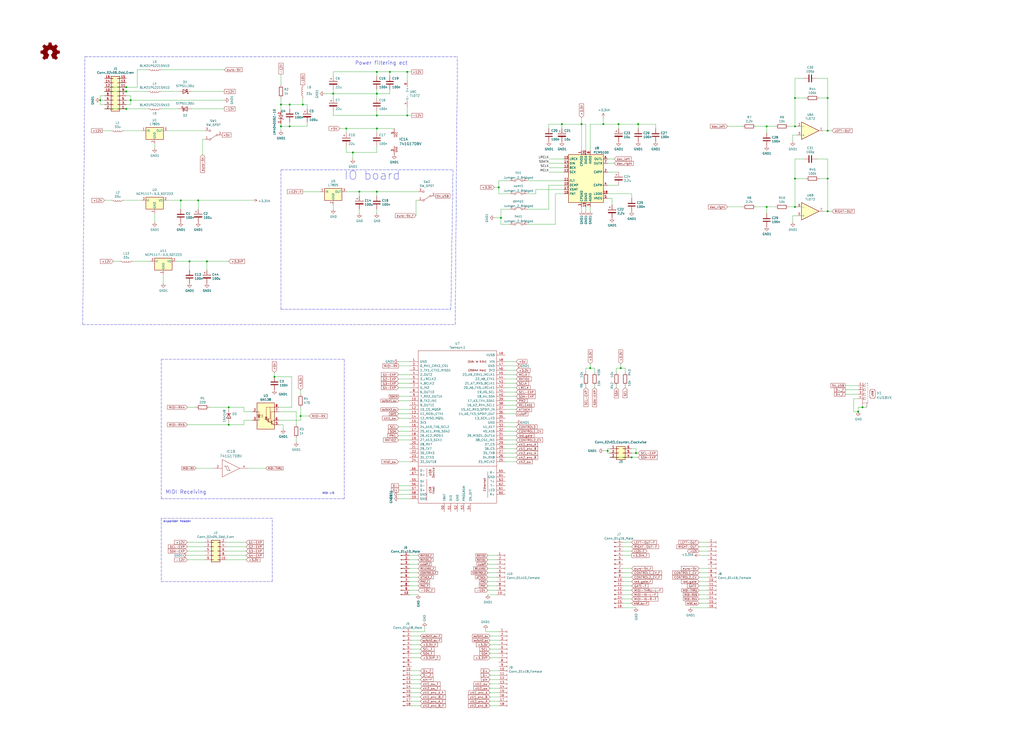
<source format=kicad_sch>
(kicad_sch (version 20211123) (generator eeschema)
  (paper "User" 597.103 436.067)
  (junction (at 447.04 73.66))
  (junction (at 120.65 152.4))
  (junction (at 482.6 123.19))
  (junction (at 463.55 73.66))
  (junction (at 502.92 237.49))
  (junction (at 73.66 50.8))
  (junction (at 370.84 264.16))
  (junction (at 160.02 219.71))
  (junction (at 105.41 116.84))
  (junction (at 447.04 120.65))
  (junction (at 351.79 72.39))
  (junction (at 219.71 111.76))
  (junction (at 344.17 214.63))
  (junction (at 361.95 214.63))
  (junction (at 194.31 54.61))
  (junction (at 163.83 60.96))
  (junction (at 500.38 240.03))
  (junction (at 110.49 152.4))
  (junction (at 227.33 41.91))
  (junction (at 209.55 111.76))
  (junction (at 237.49 67.31))
  (junction (at 463.55 120.65))
  (junction (at 205.74 88.9))
  (junction (at 463.55 104.14))
  (junction (at 463.55 57.15))
  (junction (at 163.83 73.66))
  (junction (at 339.09 72.39))
  (junction (at 219.71 67.31))
  (junction (at 354.33 262.89))
  (junction (at 133.35 237.49))
  (junction (at 168.91 73.66))
  (junction (at 115.57 116.84))
  (junction (at 76.2 58.42))
  (junction (at 292.1 127))
  (junction (at 372.11 72.39))
  (junction (at 133.35 247.65))
  (junction (at 58.42 58.42))
  (junction (at 482.6 104.14))
  (junction (at 327.66 72.39))
  (junction (at 360.68 72.39))
  (junction (at 175.26 242.57))
  (junction (at 482.6 76.2))
  (junction (at 219.71 74.93))
  (junction (at 168.91 60.96))
  (junction (at 290.83 109.22))
  (junction (at 73.66 63.5))
  (junction (at 368.3 266.7))
  (junction (at 482.6 57.15))
  (junction (at 201.93 74.93))
  (junction (at 219.71 54.61))
  (junction (at 73.66 53.34))
  (junction (at 219.71 41.91))
  (junction (at 176.53 60.96))
  (junction (at 237.49 41.91))
  (wire (pts (xy 58.42 60.96) (xy 58.42 58.42)))
  (wire (pts (xy 142.24 240.03) (xy 147.32 240.03)))
  (wire (pts (xy 320.04 74.93) (xy 320.04 72.39)))
  (wire (pts (xy 363.22 354.33) (xy 370.84 354.33)))
  (wire (pts (xy 205.74 88.9) (xy 219.71 88.9)))
  (wire (pts (xy 60.96 60.96) (xy 58.42 60.96)))
  (wire (pts (xy 227.33 41.91) (xy 237.49 41.91)))
  (wire (pts (xy 339.09 72.39) (xy 339.09 87.63)))
  (wire (pts (xy 194.31 121.92) (xy 194.31 119.38)))
  (wire (pts (xy 412.75 344.17) (xy 407.67 344.17)))
  (wire (pts (xy 232.41 226.06) (xy 238.76 226.06)))
  (wire (pts (xy 462.28 78.74) (xy 462.28 82.55)))
  (wire (pts (xy 179.07 73.66) (xy 168.91 73.66)))
  (wire (pts (xy 354.33 115.57) (xy 356.87 115.57)))
  (wire (pts (xy 424.18 73.66) (xy 433.07 73.66)))
  (wire (pts (xy 160.02 219.71) (xy 160.02 217.17)))
  (wire (pts (xy 412.75 331.47) (xy 407.67 331.47)))
  (wire (pts (xy 294.64 256.54) (xy 300.99 256.54)))
  (wire (pts (xy 232.41 213.36) (xy 238.76 213.36)))
  (wire (pts (xy 240.03 398.78) (xy 245.11 398.78)))
  (wire (pts (xy 368.3 113.03) (xy 368.3 115.57)))
  (wire (pts (xy 482.6 104.14) (xy 482.6 123.19)))
  (polyline (pts (xy 264.16 99.06) (xy 262.89 180.34)))
  (wire (pts (xy 60.96 55.88) (xy 58.42 55.88)))
  (wire (pts (xy 219.71 64.77) (xy 219.71 67.31)))
  (wire (pts (xy 77.47 152.4) (xy 87.63 152.4)))
  (wire (pts (xy 464.82 125.73) (xy 462.28 125.73)))
  (wire (pts (xy 482.6 45.72) (xy 482.6 57.15)))
  (wire (pts (xy 292.1 130.81) (xy 292.1 127)))
  (wire (pts (xy 162.56 247.65) (xy 165.1 247.65)))
  (wire (pts (xy 242.57 116.84) (xy 242.57 125.73)))
  (wire (pts (xy 363.22 349.25) (xy 368.3 349.25)))
  (wire (pts (xy 238.76 331.47) (xy 243.84 331.47)))
  (wire (pts (xy 240.03 401.32) (xy 245.11 401.32)))
  (wire (pts (xy 232.41 231.14) (xy 238.76 231.14)))
  (wire (pts (xy 285.75 398.78) (xy 290.83 398.78)))
  (wire (pts (xy 447.04 73.66) (xy 452.12 73.66)))
  (wire (pts (xy 292.1 121.92) (xy 297.18 121.92)))
  (wire (pts (xy 500.38 232.41) (xy 497.84 232.41)))
  (wire (pts (xy 463.55 92.71) (xy 463.55 104.14)))
  (wire (pts (xy 172.72 240.03) (xy 172.72 247.65)))
  (wire (pts (xy 290.83 370.84) (xy 285.75 370.84)))
  (wire (pts (xy 105.41 121.92) (xy 105.41 116.84)))
  (wire (pts (xy 289.56 331.47) (xy 284.48 331.47)))
  (wire (pts (xy 359.41 214.63) (xy 361.95 214.63)))
  (wire (pts (xy 64.77 116.84) (xy 60.96 116.84)))
  (wire (pts (xy 238.76 328.93) (xy 243.84 328.93)))
  (wire (pts (xy 69.85 152.4) (xy 66.04 152.4)))
  (polyline (pts (xy 93.98 209.55) (xy 200.66 209.55)))
  (wire (pts (xy 363.22 341.63) (xy 368.3 341.63)))
  (wire (pts (xy 227.33 54.61) (xy 219.71 54.61)))
  (wire (pts (xy 240.03 393.7) (xy 245.11 393.7)))
  (wire (pts (xy 93.98 40.64) (xy 130.81 40.64)))
  (wire (pts (xy 312.42 110.49) (xy 328.93 110.49)))
  (wire (pts (xy 238.76 334.01) (xy 243.84 334.01)))
  (wire (pts (xy 355.6 266.7) (xy 368.3 266.7)))
  (wire (pts (xy 93.98 63.5) (xy 104.14 63.5)))
  (polyline (pts (xy 200.66 209.55) (xy 200.66 290.83)))
  (wire (pts (xy 232.41 285.75) (xy 238.76 285.75)))
  (wire (pts (xy 163.83 64.77) (xy 163.83 60.96)))
  (wire (pts (xy 320.04 92.71) (xy 328.93 92.71)))
  (wire (pts (xy 132.08 321.31) (xy 143.51 321.31)))
  (wire (pts (xy 219.71 121.92) (xy 219.71 124.46)))
  (wire (pts (xy 240.03 370.84) (xy 245.11 370.84)))
  (wire (pts (xy 300.99 264.16) (xy 294.64 264.16)))
  (wire (pts (xy 115.57 121.92) (xy 115.57 116.84)))
  (wire (pts (xy 162.56 240.03) (xy 172.72 240.03)))
  (wire (pts (xy 120.65 157.48) (xy 120.65 152.4)))
  (wire (pts (xy 238.76 341.63) (xy 243.84 341.63)))
  (wire (pts (xy 111.76 53.34) (xy 130.81 53.34)))
  (wire (pts (xy 294.64 228.6) (xy 300.99 228.6)))
  (wire (pts (xy 247.65 368.3) (xy 247.65 365.76)))
  (wire (pts (xy 219.71 88.9) (xy 219.71 85.09)))
  (wire (pts (xy 229.87 74.93) (xy 219.71 74.93)))
  (wire (pts (xy 232.41 223.52) (xy 238.76 223.52)))
  (wire (pts (xy 110.49 152.4) (xy 120.65 152.4)))
  (wire (pts (xy 232.41 233.68) (xy 238.76 233.68)))
  (polyline (pts (xy 200.66 290.83) (xy 93.98 290.83)))
  (wire (pts (xy 110.49 157.48) (xy 110.49 152.4)))
  (wire (pts (xy 482.6 92.71) (xy 482.6 104.14)))
  (wire (pts (xy 227.33 52.07) (xy 227.33 54.61)))
  (wire (pts (xy 73.66 55.88) (xy 76.2 55.88)))
  (wire (pts (xy 354.33 262.89) (xy 354.33 261.62)))
  (wire (pts (xy 440.69 120.65) (xy 447.04 120.65)))
  (wire (pts (xy 175.26 242.57) (xy 175.26 245.11)))
  (wire (pts (xy 209.55 114.3) (xy 209.55 111.76)))
  (wire (pts (xy 412.75 323.85) (xy 407.67 323.85)))
  (wire (pts (xy 60.96 53.34) (xy 73.66 53.34)))
  (wire (pts (xy 463.55 57.15) (xy 469.9 57.15)))
  (wire (pts (xy 73.66 60.96) (xy 76.2 60.96)))
  (wire (pts (xy 60.96 58.42) (xy 58.42 58.42)))
  (wire (pts (xy 294.64 226.06) (xy 300.99 226.06)))
  (wire (pts (xy 194.31 54.61) (xy 219.71 54.61)))
  (wire (pts (xy 73.66 63.5) (xy 86.36 63.5)))
  (wire (pts (xy 201.93 88.9) (xy 201.93 85.09)))
  (wire (pts (xy 118.11 81.28) (xy 118.11 90.17)))
  (polyline (pts (xy 93.98 302.26) (xy 93.98 339.09)))
  (wire (pts (xy 120.65 152.4) (xy 133.35 152.4)))
  (wire (pts (xy 463.55 73.66) (xy 463.55 57.15)))
  (wire (pts (xy 363.22 334.01) (xy 368.3 334.01)))
  (wire (pts (xy 320.04 95.25) (xy 328.93 95.25)))
  (wire (pts (xy 168.91 60.96) (xy 168.91 63.5)))
  (wire (pts (xy 142.24 245.11) (xy 147.32 245.11)))
  (wire (pts (xy 363.22 316.23) (xy 368.3 316.23)))
  (wire (pts (xy 482.6 76.2) (xy 485.14 76.2)))
  (wire (pts (xy 288.29 127) (xy 292.1 127)))
  (wire (pts (xy 307.34 105.41) (xy 328.93 105.41)))
  (wire (pts (xy 232.41 238.76) (xy 238.76 238.76)))
  (wire (pts (xy 307.34 121.92) (xy 320.04 121.92)))
  (wire (pts (xy 240.03 381) (xy 245.11 381)))
  (wire (pts (xy 232.41 288.29) (xy 238.76 288.29)))
  (wire (pts (xy 468.63 45.72) (xy 463.55 45.72)))
  (wire (pts (xy 240.03 373.38) (xy 245.11 373.38)))
  (wire (pts (xy 289.56 344.17) (xy 284.48 344.17)))
  (wire (pts (xy 58.42 55.88) (xy 58.42 58.42)))
  (wire (pts (xy 363.22 323.85) (xy 368.3 323.85)))
  (wire (pts (xy 243.84 116.84) (xy 242.57 116.84)))
  (wire (pts (xy 289.56 326.39) (xy 284.48 326.39)))
  (wire (pts (xy 364.49 214.63) (xy 364.49 217.17)))
  (wire (pts (xy 64.77 76.2) (xy 59.69 76.2)))
  (wire (pts (xy 102.87 152.4) (xy 110.49 152.4)))
  (wire (pts (xy 320.04 107.95) (xy 328.93 107.95)))
  (wire (pts (xy 238.76 326.39) (xy 243.84 326.39)))
  (wire (pts (xy 170.18 237.49) (xy 170.18 219.71)))
  (wire (pts (xy 240.03 391.16) (xy 245.11 391.16)))
  (wire (pts (xy 339.09 68.58) (xy 339.09 72.39)))
  (wire (pts (xy 363.22 351.79) (xy 368.3 351.79)))
  (wire (pts (xy 500.38 224.79) (xy 492.76 224.79)))
  (wire (pts (xy 320.04 97.79) (xy 328.93 97.79)))
  (wire (pts (xy 219.71 111.76) (xy 243.84 111.76)))
  (wire (pts (xy 219.71 67.31) (xy 237.49 67.31)))
  (wire (pts (xy 480.06 76.2) (xy 482.6 76.2)))
  (wire (pts (xy 111.76 63.5) (xy 130.81 63.5)))
  (wire (pts (xy 232.41 243.84) (xy 238.76 243.84)))
  (wire (pts (xy 290.83 378.46) (xy 285.75 378.46)))
  (wire (pts (xy 201.93 74.93) (xy 198.12 74.93)))
  (wire (pts (xy 209.55 111.76) (xy 219.71 111.76)))
  (wire (pts (xy 237.49 46.99) (xy 237.49 41.91)))
  (wire (pts (xy 194.31 41.91) (xy 219.71 41.91)))
  (wire (pts (xy 201.93 74.93) (xy 201.93 77.47)))
  (wire (pts (xy 163.83 73.66) (xy 168.91 73.66)))
  (polyline (pts (xy 93.98 290.83) (xy 93.98 209.55)))
  (polyline (pts (xy 265.43 189.23) (xy 266.7 33.02)))
  (wire (pts (xy 320.04 100.33) (xy 328.93 100.33)))
  (wire (pts (xy 76.2 58.42) (xy 130.81 58.42)))
  (wire (pts (xy 351.79 72.39) (xy 360.68 72.39)))
  (wire (pts (xy 232.41 220.98) (xy 238.76 220.98)))
  (wire (pts (xy 240.03 368.3) (xy 247.65 368.3)))
  (wire (pts (xy 412.75 336.55) (xy 407.67 336.55)))
  (wire (pts (xy 359.41 217.17) (xy 359.41 214.63)))
  (wire (pts (xy 168.91 60.96) (xy 176.53 60.96)))
  (wire (pts (xy 90.17 124.46) (xy 90.17 129.54)))
  (wire (pts (xy 294.64 220.98) (xy 300.99 220.98)))
  (wire (pts (xy 327.66 74.93) (xy 327.66 72.39)))
  (wire (pts (xy 344.17 87.63) (xy 344.17 72.39)))
  (wire (pts (xy 344.17 212.09) (xy 344.17 214.63)))
  (wire (pts (xy 237.49 67.31) (xy 240.03 67.31)))
  (wire (pts (xy 109.22 247.65) (xy 133.35 247.65)))
  (wire (pts (xy 497.84 240.03) (xy 500.38 240.03)))
  (wire (pts (xy 294.64 218.44) (xy 300.99 218.44)))
  (wire (pts (xy 109.22 321.31) (xy 119.38 321.31)))
  (wire (pts (xy 176.53 111.76) (xy 186.69 111.76)))
  (wire (pts (xy 175.26 242.57) (xy 180.34 242.57)))
  (polyline (pts (xy 163.83 180.34) (xy 262.89 180.34)))
  (wire (pts (xy 238.76 346.71) (xy 243.84 346.71)))
  (wire (pts (xy 205.74 88.9) (xy 205.74 92.71)))
  (wire (pts (xy 283.21 368.3) (xy 290.83 368.3)))
  (wire (pts (xy 477.52 104.14) (xy 482.6 104.14)))
  (wire (pts (xy 133.35 247.65) (xy 142.24 247.65)))
  (wire (pts (xy 240.03 383.54) (xy 245.11 383.54)))
  (wire (pts (xy 294.64 231.14) (xy 300.99 231.14)))
  (wire (pts (xy 294.64 254) (xy 300.99 254)))
  (wire (pts (xy 289.56 339.09) (xy 284.48 339.09)))
  (wire (pts (xy 300.99 266.7) (xy 294.64 266.7)))
  (wire (pts (xy 132.08 316.23) (xy 143.51 316.23)))
  (wire (pts (xy 372.11 72.39) (xy 382.27 72.39)))
  (wire (pts (xy 463.55 45.72) (xy 463.55 57.15)))
  (wire (pts (xy 95.25 160.02) (xy 95.25 165.1)))
  (wire (pts (xy 232.41 254) (xy 238.76 254)))
  (wire (pts (xy 289.56 323.85) (xy 284.48 323.85)))
  (wire (pts (xy 76.2 55.88) (xy 76.2 58.42)))
  (wire (pts (xy 289.56 336.55) (xy 284.48 336.55)))
  (wire (pts (xy 163.83 72.39) (xy 163.83 73.66)))
  (wire (pts (xy 209.55 121.92) (xy 209.55 124.46)))
  (polyline (pts (xy 48.26 189.23) (xy 49.53 33.02)))
  (wire (pts (xy 97.79 76.2) (xy 119.38 76.2)))
  (wire (pts (xy 307.34 130.81) (xy 323.85 130.81)))
  (wire (pts (xy 227.33 44.45) (xy 227.33 41.91)))
  (wire (pts (xy 341.63 214.63) (xy 344.17 214.63)))
  (wire (pts (xy 327.66 72.39) (xy 339.09 72.39)))
  (wire (pts (xy 363.22 321.31) (xy 368.3 321.31)))
  (wire (pts (xy 323.85 113.03) (xy 328.93 113.03)))
  (wire (pts (xy 361.95 214.63) (xy 364.49 214.63)))
  (wire (pts (xy 285.75 401.32) (xy 290.83 401.32)))
  (wire (pts (xy 464.82 78.74) (xy 462.28 78.74)))
  (wire (pts (xy 341.63 87.63) (xy 341.63 72.39)))
  (wire (pts (xy 500.38 237.49) (xy 500.38 240.03)))
  (wire (pts (xy 73.66 50.8) (xy 80.01 50.8)))
  (wire (pts (xy 290.83 381) (xy 285.75 381)))
  (wire (pts (xy 165.1 247.65) (xy 165.1 250.19)))
  (wire (pts (xy 339.09 123.19) (xy 339.09 120.65)))
  (wire (pts (xy 363.22 318.77) (xy 368.3 318.77)))
  (wire (pts (xy 407.67 339.09) (xy 412.75 339.09)))
  (wire (pts (xy 238.76 336.55) (xy 243.84 336.55)))
  (wire (pts (xy 447.04 120.65) (xy 452.12 120.65)))
  (wire (pts (xy 219.71 54.61) (xy 219.71 52.07)))
  (polyline (pts (xy 158.75 302.26) (xy 93.98 302.26)))
  (wire (pts (xy 232.41 218.44) (xy 238.76 218.44)))
  (wire (pts (xy 176.53 60.96) (xy 176.53 57.15)))
  (wire (pts (xy 363.22 331.47) (xy 368.3 331.47)))
  (wire (pts (xy 93.98 53.34) (xy 104.14 53.34)))
  (wire (pts (xy 72.39 116.84) (xy 82.55 116.84)))
  (wire (pts (xy 344.17 214.63) (xy 346.71 214.63)))
  (wire (pts (xy 76.2 60.96) (xy 76.2 58.42)))
  (wire (pts (xy 133.35 237.49) (xy 142.24 237.49)))
  (wire (pts (xy 240.03 375.92) (xy 245.11 375.92)))
  (wire (pts (xy 194.31 64.77) (xy 194.31 67.31)))
  (wire (pts (xy 289.56 328.93) (xy 284.48 328.93)))
  (wire (pts (xy 502.92 237.49) (xy 505.46 237.49)))
  (wire (pts (xy 238.76 344.17) (xy 243.84 344.17)))
  (wire (pts (xy 219.71 41.91) (xy 227.33 41.91)))
  (wire (pts (xy 285.75 383.54) (xy 290.83 383.54)))
  (wire (pts (xy 372.11 72.39) (xy 372.11 74.93)))
  (wire (pts (xy 290.83 393.7) (xy 285.75 393.7)))
  (wire (pts (xy 459.74 120.65) (xy 463.55 120.65)))
  (wire (pts (xy 361.95 212.09) (xy 361.95 214.63)))
  (wire (pts (xy 292.1 127) (xy 292.1 121.92)))
  (wire (pts (xy 500.38 227.33) (xy 492.76 227.33)))
  (wire (pts (xy 294.64 238.76) (xy 300.99 238.76)))
  (wire (pts (xy 355.6 264.16) (xy 354.33 264.16)))
  (wire (pts (xy 245.11 411.48) (xy 240.03 411.48)))
  (wire (pts (xy 168.91 71.12) (xy 168.91 73.66)))
  (wire (pts (xy 344.17 123.19) (xy 344.17 120.65)))
  (wire (pts (xy 300.99 259.08) (xy 294.64 259.08)))
  (wire (pts (xy 360.68 72.39) (xy 372.11 72.39)))
  (wire (pts (xy 176.53 60.96) (xy 179.07 60.96)))
  (wire (pts (xy 163.83 43.18) (xy 163.83 49.53)))
  (wire (pts (xy 359.41 224.79) (xy 359.41 226.06)))
  (wire (pts (xy 412.75 351.79) (xy 407.67 351.79)))
  (wire (pts (xy 290.83 105.41) (xy 290.83 109.22)))
  (wire (pts (xy 289.56 334.01) (xy 284.48 334.01)))
  (wire (pts (xy 294.64 269.24) (xy 300.99 269.24)))
  (wire (pts (xy 73.66 53.34) (xy 86.36 53.34)))
  (wire (pts (xy 360.68 100.33) (xy 354.33 100.33)))
  (wire (pts (xy 341.63 224.79) (xy 341.63 226.06)))
  (wire (pts (xy 297.18 130.81) (xy 292.1 130.81)))
  (wire (pts (xy 412.75 334.01) (xy 407.67 334.01)))
  (wire (pts (xy 294.64 223.52) (xy 300.99 223.52)))
  (wire (pts (xy 232.41 283.21) (xy 238.76 283.21)))
  (wire (pts (xy 105.41 116.84) (xy 115.57 116.84)))
  (wire (pts (xy 168.91 60.96) (xy 163.83 60.96)))
  (polyline (pts (xy 93.98 339.09) (xy 158.75 339.09)))
  (wire (pts (xy 307.34 113.03) (xy 312.42 113.03)))
  (wire (pts (xy 382.27 72.39) (xy 382.27 74.93)))
  (wire (pts (xy 447.04 120.65) (xy 447.04 124.46)))
  (wire (pts (xy 370.84 264.16) (xy 372.11 264.16)))
  (wire (pts (xy 412.75 354.33) (xy 402.59 354.33)))
  (wire (pts (xy 142.24 237.49) (xy 142.24 240.03)))
  (wire (pts (xy 289.56 341.63) (xy 284.48 341.63)))
  (wire (pts (xy 201.93 74.93) (xy 219.71 74.93)))
  (wire (pts (xy 500.38 229.87) (xy 492.76 229.87)))
  (wire (pts (xy 297.18 105.41) (xy 290.83 105.41)))
  (polyline (pts (xy 163.83 180.34) (xy 163.83 99.06)))
  (wire (pts (xy 238.76 323.85) (xy 243.84 323.85)))
  (wire (pts (xy 194.31 67.31) (xy 219.71 67.31)))
  (wire (pts (xy 346.71 224.79) (xy 346.71 226.06)))
  (wire (pts (xy 447.04 73.66) (xy 447.04 77.47)))
  (wire (pts (xy 60.96 50.8) (xy 73.66 50.8)))
  (polyline (pts (xy 49.53 33.02) (xy 266.7 33.02)))
  (wire (pts (xy 162.56 237.49) (xy 170.18 237.49)))
  (wire (pts (xy 351.79 68.58) (xy 351.79 72.39)))
  (wire (pts (xy 297.18 113.03) (xy 290.83 113.03)))
  (wire (pts (xy 368.3 266.7) (xy 372.11 266.7)))
  (wire (pts (xy 363.22 339.09) (xy 368.3 339.09)))
  (wire (pts (xy 240.03 378.46) (xy 245.11 378.46)))
  (wire (pts (xy 232.41 241.3) (xy 238.76 241.3)))
  (wire (pts (xy 285.75 411.48) (xy 290.83 411.48)))
  (wire (pts (xy 237.49 41.91) (xy 240.03 41.91)))
  (wire (pts (xy 60.96 63.5) (xy 73.66 63.5)))
  (wire (pts (xy 300.99 251.46) (xy 294.64 251.46)))
  (wire (pts (xy 360.68 107.95) (xy 354.33 107.95)))
  (wire (pts (xy 205.74 88.9) (xy 201.93 88.9)))
  (wire (pts (xy 80.01 40.64) (xy 86.36 40.64)))
  (wire (pts (xy 300.99 246.38) (xy 294.64 246.38)))
  (wire (pts (xy 175.26 237.49) (xy 175.26 242.57)))
  (polyline (pts (xy 48.26 189.23) (xy 265.43 189.23)))
  (wire (pts (xy 175.26 229.87) (xy 175.26 227.33)))
  (wire (pts (xy 294.64 213.36) (xy 300.99 213.36)))
  (wire (pts (xy 285.75 375.92) (xy 290.83 375.92)))
  (wire (pts (xy 232.41 251.46) (xy 238.76 251.46)))
  (wire (pts (xy 194.31 57.15) (xy 194.31 54.61)))
  (wire (pts (xy 476.25 45.72) (xy 482.6 45.72)))
  (wire (pts (xy 283.21 368.3) (xy 283.21 367.03)))
  (wire (pts (xy 232.41 269.24) (xy 238.76 269.24)))
  (wire (pts (xy 463.55 120.65) (xy 463.55 104.14)))
  (wire (pts (xy 300.99 248.92) (xy 294.64 248.92)))
  (wire (pts (xy 179.07 60.96) (xy 179.07 63.5)))
  (wire (pts (xy 175.26 245.11) (xy 162.56 245.11)))
  (wire (pts (xy 232.41 248.92) (xy 238.76 248.92)))
  (wire (pts (xy 294.64 215.9) (xy 300.99 215.9)))
  (wire (pts (xy 109.22 326.39) (xy 119.38 326.39)))
  (wire (pts (xy 285.75 403.86) (xy 290.83 403.86)))
  (wire (pts (xy 232.41 290.83) (xy 238.76 290.83)))
  (wire (pts (xy 290.83 396.24) (xy 285.75 396.24)))
  (wire (pts (xy 109.22 316.23) (xy 119.38 316.23)))
  (wire (pts (xy 121.92 237.49) (xy 133.35 237.49)))
  (wire (pts (xy 476.25 92.71) (xy 482.6 92.71)))
  (wire (pts (xy 170.18 219.71) (xy 160.02 219.71)))
  (wire (pts (xy 219.71 54.61) (xy 219.71 57.15)))
  (wire (pts (xy 320.04 121.92) (xy 320.04 107.95)))
  (wire (pts (xy 289.56 346.71) (xy 284.48 346.71)))
  (wire (pts (xy 363.22 344.17) (xy 368.3 344.17)))
  (wire (pts (xy 194.31 41.91) (xy 194.31 44.45)))
  (wire (pts (xy 497.84 232.41) (xy 497.84 240.03)))
  (wire (pts (xy 90.17 83.82) (xy 90.17 86.36)))
  (wire (pts (xy 285.75 408.94) (xy 290.83 408.94)))
  (wire (pts (xy 364.49 224.79) (xy 364.49 226.06)))
  (wire (pts (xy 76.2 58.42) (xy 73.66 58.42)))
  (wire (pts (xy 412.75 346.71) (xy 407.67 346.71)))
  (wire (pts (xy 354.33 113.03) (xy 368.3 113.03)))
  (wire (pts (xy 115.57 116.84) (xy 147.32 116.84)))
  (wire (pts (xy 219.71 114.3) (xy 219.71 111.76)))
  (wire (pts (xy 294.64 210.82) (xy 300.99 210.82)))
  (wire (pts (xy 290.83 373.38) (xy 285.75 373.38)))
  (wire (pts (xy 132.08 318.77) (xy 143.51 318.77)))
  (wire (pts (xy 341.63 217.17) (xy 341.63 214.63)))
  (wire (pts (xy 133.35 238.76) (xy 133.35 237.49)))
  (wire (pts (xy 179.07 71.12) (xy 179.07 73.66)))
  (wire (pts (xy 462.28 125.73) (xy 462.28 129.54)))
  (wire (pts (xy 480.06 123.19) (xy 482.6 123.19)))
  (wire (pts (xy 354.33 92.71) (xy 358.14 92.71)))
  (wire (pts (xy 219.71 77.47) (xy 219.71 74.93)))
  (wire (pts (xy 440.69 73.66) (xy 447.04 73.66)))
  (wire (pts (xy 341.63 72.39) (xy 339.09 72.39)))
  (wire (pts (xy 97.79 116.84) (xy 105.41 116.84)))
  (wire (pts (xy 370.84 261.62) (xy 370.84 264.16)))
  (wire (pts (xy 363.22 336.55) (xy 368.3 336.55)))
  (wire (pts (xy 240.03 396.24) (xy 245.11 396.24)))
  (wire (pts (xy 482.6 57.15) (xy 482.6 76.2)))
  (wire (pts (xy 482.6 123.19) (xy 485.14 123.19)))
  (wire (pts (xy 80.01 50.8) (xy 80.01 40.64)))
  (wire (pts (xy 412.75 321.31) (xy 407.67 321.31)))
  (wire (pts (xy 294.64 241.3) (xy 300.99 241.3)))
  (wire (pts (xy 360.68 72.39) (xy 360.68 74.93)))
  (wire (pts (xy 346.71 214.63) (xy 346.71 217.17)))
  (wire (pts (xy 368.3 264.16) (xy 370.84 264.16)))
  (wire (pts (xy 124.46 273.05) (xy 114.3 273.05)))
  (wire (pts (xy 300.99 261.62) (xy 294.64 261.62)))
  (wire (pts (xy 109.22 318.77) (xy 119.38 318.77)))
  (wire (pts (xy 201.93 111.76) (xy 209.55 111.76)))
  (wire (pts (xy 245.11 408.94) (xy 240.03 408.94)))
  (wire (pts (xy 245.11 403.86) (xy 240.03 403.86)))
  (wire (pts (xy 290.83 391.16) (xy 285.75 391.16)))
  (wire (pts (xy 312.42 113.03) (xy 312.42 110.49)))
  (wire (pts (xy 477.52 57.15) (xy 482.6 57.15)))
  (wire (pts (xy 463.55 73.66) (xy 464.82 73.66)))
  (wire (pts (xy 320.04 72.39) (xy 327.66 72.39)))
  (wire (pts (xy 354.33 261.62) (xy 355.6 261.62)))
  (wire (pts (xy 468.63 92.71) (xy 463.55 92.71)))
  (wire (pts (xy 407.67 318.77) (xy 412.75 318.77)))
  (wire (pts (xy 356.87 115.57) (xy 356.87 119.38)))
  (wire (pts (xy 368.3 261.62) (xy 370.84 261.62)))
  (wire (pts (xy 500.38 237.49) (xy 502.92 237.49)))
  (wire (pts (xy 463.55 104.14) (xy 469.9 104.14)))
  (wire (pts (xy 238.76 210.82) (xy 232.41 210.82)))
  (wire (pts (xy 288.29 109.22) (xy 290.83 109.22)))
  (wire (pts (xy 163.83 73.66) (xy 163.83 76.2)))
  (wire (pts (xy 194.31 54.61) (xy 189.23 54.61)))
  (wire (pts (xy 344.17 72.39) (xy 351.79 72.39)))
  (wire (pts (xy 109.22 323.85) (xy 119.38 323.85)))
  (wire (pts (xy 119.38 81.28) (xy 118.11 81.28)))
  (wire (pts (xy 354.33 264.16) (xy 354.33 262.89)))
  (wire (pts (xy 237.49 62.23) (xy 237.49 67.31)))
  (wire (pts (xy 142.24 247.65) (xy 142.24 245.11)))
  (wire (pts (xy 463.55 120.65) (xy 464.82 120.65)))
  (wire (pts (xy 412.75 349.25) (xy 407.67 349.25)))
  (wire (pts (xy 163.83 57.15) (xy 163.83 60.96)))
  (wire (pts (xy 133.35 246.38) (xy 133.35 247.65)))
  (wire (pts (xy 290.83 113.03) (xy 290.83 109.22)))
  (wire (pts (xy 144.78 273.05) (xy 154.94 273.05)))
  (wire (pts (xy 294.64 233.68) (xy 300.99 233.68)))
  (wire (pts (xy 363.22 346.71) (xy 368.3 346.71)))
  (wire (pts (xy 459.74 73.66) (xy 463.55 73.66)))
  (wire (pts (xy 132.08 326.39) (xy 143.51 326.39)))
  (wire (pts (xy 351.79 262.89) (xy 354.33 262.89)))
  (wire (pts (xy 238.76 339.09) (xy 243.84 339.09)))
  (polyline (pts (xy 158.75 339.09) (xy 158.75 302.26)))
  (wire (pts (xy 172.72 255.27) (xy 172.72 257.81)))
  (wire (pts (xy 245.11 406.4) (xy 240.03 406.4)))
  (wire (pts (xy 341.63 123.19) (xy 341.63 120.65)))
  (wire (pts (xy 323.85 130.81) (xy 323.85 113.03)))
  (wire (pts (xy 219.71 44.45) (xy 219.71 41.91)))
  (wire (pts (xy 114.3 237.49) (xy 109.22 237.49)))
  (wire (pts (xy 407.67 316.23) (xy 412.75 316.23)))
  (wire (pts (xy 412.75 341.63) (xy 407.67 341.63)))
  (wire (pts (xy 194.31 54.61) (xy 194.31 52.07)))
  (wire (pts (xy 424.18 120.65) (xy 433.07 120.65)))
  (wire (pts (xy 354.33 95.25) (xy 358.14 95.25)))
  (wire (pts (xy 132.08 323.85) (xy 143.51 323.85)))
  (wire (pts (xy 72.39 76.2) (xy 82.55 76.2)))
  (wire (pts (xy 232.41 256.54) (xy 238.76 256.54)))
  (polyline (pts (xy 163.83 99.06) (xy 264.16 99.06)))
  (wire (pts (xy 294.64 236.22) (xy 300.99 236.22)))
  (wire (pts (xy 285.75 406.4) (xy 290.83 406.4)))
  (text "MIDI Receiving" (at 96.52 288.29 0) (effects (font (size 2.159 2.159)) (justify left bottom)))
  (text "MIDI I/O" (at 187.96 288.29 0) (effects (font (size 1.0668 1.0668)) (justify left bottom)))
  (text "expander header" (at 95.25 304.8 0) (effects (font (size 1.27 1.27)) (justify left bottom)))
  (text "IO board" (at 200.66 105.41 0) (effects (font (size 5.0038 5.0038)) (justify left bottom)))
  (text "Power filtering ect" (at 207.01 38.1 0) (effects (font (size 2.159 2.159)) (justify left bottom)))
  (label "LRCLK" (at 320.04 92.71 180))
  (label "SCLK" (at 320.04 97.79 180))
  (label "SDATA" (at 320.04 95.25 180))
  (label "MCLK" (at 320.04 100.33 180))
  (global_label "+12V-F" (shape bidirectional) (at 368.3 321.31 0) (effects (font (size 1.016 1.016))) (property "Intersheet References" "${INTERSHEET_REFS}" (effects hide)))
  (global_label "ctl1_enc_A_F" (shape input) (at 245.11 403.86 0) (property "Intersheet References" "${INTERSHEET_REFS}" (effects hide)))
  (global_label "cutoff" (shape input) (at 284.48 328.93 180) (effects (font (size 1.016 1.016))) (property "Intersheet References" "${INTERSHEET_REFS}" (effects hide)))
  (global_label "+3.3VP_F" (shape input) (at 245.11 383.54 0) (property "Intersheet References" "${INTERSHEET_REFS}" (effects hide)))
  (global_label "switch1_sw-F" (shape input) (at 245.11 370.84 0) (effects (font (size 1.016 1.016))) (property "Intersheet References" "${INTERSHEET_REFS}" (effects hide)))
  (global_label "SDA-EXP" (shape input) (at 346.71 226.06 270) (property "Intersheet References" "${INTERSHEET_REFS}" (effects hide)))
  (global_label "RELEASE" (shape input) (at 284.48 331.47 180) (effects (font (size 1.016 1.016))) (property "Intersheet References" "${INTERSHEET_REFS}" (effects hide)))
  (global_label "SCL-EXP" (shape input) (at 372.11 264.16 0) (property "Intersheet References" "${INTERSHEET_REFS}" (effects hide)))
  (global_label "dac_left" (shape input) (at 424.18 73.66 180) (property "Intersheet References" "${INTERSHEET_REFS}" (effects hide)))
  (global_label "+3.3V" (shape input) (at 300.99 215.9 0) (property "Intersheet References" "${INTERSHEET_REFS}" (effects hide)))
  (global_label "PM2" (shape input) (at 284.48 339.09 180) (effects (font (size 1.016 1.016))) (property "Intersheet References" "${INTERSHEET_REFS}" (effects hide)))
  (global_label "+3.3V" (shape input) (at 175.26 227.33 90) (property "Intersheet References" "${INTERSHEET_REFS}" (effects hide)))
  (global_label "G4-EXP" (shape input) (at 232.41 226.06 180) (property "Intersheet References" "${INTERSHEET_REFS}" (effects hide)))
  (global_label "SCL" (shape input) (at 364.49 226.06 270) (property "Intersheet References" "${INTERSHEET_REFS}" (effects hide)))
  (global_label "SDA-EXP" (shape input) (at 109.22 321.31 180) (property "Intersheet References" "${INTERSHEET_REFS}" (effects hide)))
  (global_label "SDA_F" (shape input) (at 245.11 381 0) (property "Intersheet References" "${INTERSHEET_REFS}" (effects hide)))
  (global_label "dac_right" (shape input) (at 424.18 120.65 180) (property "Intersheet References" "${INTERSHEET_REFS}" (effects hide)))
  (global_label "MIDI-THRU" (shape input) (at 407.67 344.17 180) (effects (font (size 1.016 1.016))) (property "Intersheet References" "${INTERSHEET_REFS}" (effects hide)))
  (global_label "LRCLK" (shape input) (at 300.99 226.06 0) (property "Intersheet References" "${INTERSHEET_REFS}" (effects hide)))
  (global_label "D+_F" (shape passive) (at 492.76 229.87 180) (property "Intersheet References" "${INTERSHEET_REFS}" (effects hide)))
  (global_label "+3.3V_F" (shape input) (at 245.11 375.92 0) (property "Intersheet References" "${INTERSHEET_REFS}" (effects hide)))
  (global_label "ctl1_enc_A" (shape input) (at 285.75 403.86 180) (property "Intersheet References" "${INTERSHEET_REFS}" (effects hide)))
  (global_label "ctl1_enc_A" (shape input) (at 300.99 259.08 0) (property "Intersheet References" "${INTERSHEET_REFS}" (effects hide)))
  (global_label "5V_USB" (shape passive) (at 254 114.3 0) (property "Intersheet References" "${INTERSHEET_REFS}" (effects hide)))
  (global_label "+12V-F" (shape passive) (at 176.53 111.76 180) (property "Intersheet References" "${INTERSHEET_REFS}" (effects hide)))
  (global_label "CONTROL2_CV_F" (shape input) (at 368.3 336.55 0) (property "Intersheet References" "${INTERSHEET_REFS}" (effects hide)))
  (global_label "+3.3V" (shape input) (at 288.29 109.22 180) (property "Intersheet References" "${INTERSHEET_REFS}" (effects hide)))
  (global_label "RIGHT-OUT" (shape input) (at 407.67 318.77 180) (property "Intersheet References" "${INTERSHEET_REFS}" (effects hide)))
  (global_label "ctl2_sw_F" (shape input) (at 245.11 401.32 0) (property "Intersheet References" "${INTERSHEET_REFS}" (effects hide)))
  (global_label "SCL" (shape input) (at 232.41 248.92 180) (property "Intersheet References" "${INTERSHEET_REFS}" (effects hide)))
  (global_label "midi_sw" (shape input) (at 232.41 269.24 180) (property "Intersheet References" "${INTERSHEET_REFS}" (effects hide)))
  (global_label "D-_F" (shape passive) (at 492.76 227.33 180) (property "Intersheet References" "${INTERSHEET_REFS}" (effects hide)))
  (global_label "+12V" (shape input) (at 109.22 316.23 180) (property "Intersheet References" "${INTERSHEET_REFS}" (effects hide)))
  (global_label "SCLK" (shape input) (at 300.99 223.52 0) (property "Intersheet References" "${INTERSHEET_REFS}" (effects hide)))
  (global_label "RATIO2_F" (shape input) (at 243.84 323.85 0) (effects (font (size 1.016 1.016))) (property "Intersheet References" "${INTERSHEET_REFS}" (effects hide)))
  (global_label "ctl2_enc_A_F" (shape input) (at 245.11 408.94 0) (property "Intersheet References" "${INTERSHEET_REFS}" (effects hide)))
  (global_label "+3.3V" (shape input) (at 143.51 326.39 0) (property "Intersheet References" "${INTERSHEET_REFS}" (effects hide)))
  (global_label "switch2_sw" (shape input) (at 285.75 373.38 180) (effects (font (size 1.016 1.016))) (property "Intersheet References" "${INTERSHEET_REFS}" (effects hide)))
  (global_label "ATTACK_F" (shape input) (at 243.84 336.55 0) (effects (font (size 1.016 1.016))) (property "Intersheet References" "${INTERSHEET_REFS}" (effects hide)))
  (global_label "ctl1_sw_F" (shape input) (at 245.11 398.78 0) (property "Intersheet References" "${INTERSHEET_REFS}" (effects hide)))
  (global_label "LEFT-OUT-F" (shape input) (at 368.3 316.23 0) (property "Intersheet References" "${INTERSHEET_REFS}" (effects hide)))
  (global_label "5V_USB" (shape passive) (at 492.76 224.79 180) (property "Intersheet References" "${INTERSHEET_REFS}" (effects hide)))
  (global_label "MIDI-RX4" (shape input) (at 407.67 349.25 180) (effects (font (size 1.016 1.016))) (property "Intersheet References" "${INTERSHEET_REFS}" (effects hide)))
  (global_label "GATE" (shape input) (at 232.41 241.3 180) (effects (font (size 1.016 1.016))) (property "Intersheet References" "${INTERSHEET_REFS}" (effects hide)))
  (global_label "MIDI-RX5" (shape input) (at 109.22 247.65 180) (property "Intersheet References" "${INTERSHEET_REFS}" (effects hide)))
  (global_label "MIDI-RX" (shape input) (at 114.3 273.05 180) (effects (font (size 1.016 1.016))) (property "Intersheet References" "${INTERSHEET_REFS}" (effects hide)))
  (global_label "GATE" (shape input) (at 407.67 341.63 180) (property "Intersheet References" "${INTERSHEET_REFS}" (effects hide)))
  (global_label "SDA-EXP" (shape input) (at 372.11 266.7 0) (property "Intersheet References" "${INTERSHEET_REFS}" (effects hide)))
  (global_label "dac_left" (shape input) (at 358.14 92.71 0) (property "Intersheet References" "${INTERSHEET_REFS}" (effects hide)))
  (global_label "CONTROL3" (shape input) (at 284.48 334.01 180) (effects (font (size 1.016 1.016))) (property "Intersheet References" "${INTERSHEET_REFS}" (effects hide)))
  (global_label "ctl2_enc_A" (shape input) (at 300.99 264.16 0) (property "Intersheet References" "${INTERSHEET_REFS}" (effects hide)))
  (global_label "PM1" (shape input) (at 284.48 341.63 180) (effects (font (size 1.016 1.016))) (property "Intersheet References" "${INTERSHEET_REFS}" (effects hide)))
  (global_label "CONTROL1_CV_F" (shape input) (at 368.3 334.01 0) (property "Intersheet References" "${INTERSHEET_REFS}" (effects hide)))
  (global_label "PM1" (shape input) (at 232.41 254 180) (property "Intersheet References" "${INTERSHEET_REFS}" (effects hide)))
  (global_label "ctl2_sw" (shape input) (at 285.75 401.32 180) (property "Intersheet References" "${INTERSHEET_REFS}" (effects hide)))
  (global_label "ctl2_enc_B_F" (shape input) (at 245.11 411.48 0) (property "Intersheet References" "${INTERSHEET_REFS}" (effects hide)))
  (global_label "switch2_sw-F" (shape input) (at 245.11 373.38 0) (effects (font (size 1.016 1.016))) (property "Intersheet References" "${INTERSHEET_REFS}" (effects hide)))
  (global_label "euro-5V" (shape input) (at 118.11 90.17 270) (property "Intersheet References" "${INTERSHEET_REFS}" (effects hide)))
  (global_label "switch1_sw" (shape input) (at 232.41 233.68 180) (effects (font (size 1.016 1.016))) (property "Intersheet References" "${INTERSHEET_REFS}" (effects hide)))
  (global_label "sin-f" (shape input) (at 245.11 396.24 0) (property "Intersheet References" "${INTERSHEET_REFS}" (effects hide)))
  (global_label "-10V" (shape input) (at 284.48 344.17 180) (property "Intersheet References" "${INTERSHEET_REFS}" (effects hide)))
  (global_label "+5V" (shape input) (at 300.99 210.82 0) (property "Intersheet References" "${INTERSHEET_REFS}" (effects hide)))
  (global_label "-12V" (shape passive) (at 130.81 63.5 0) (property "Intersheet References" "${INTERSHEET_REFS}" (effects hide)))
  (global_label "-12V" (shape input) (at 109.22 326.39 180) (property "Intersheet References" "${INTERSHEET_REFS}" (effects hide)))
  (global_label "CONTROL3_F" (shape input) (at 243.84 334.01 0) (effects (font (size 1.016 1.016))) (property "Intersheet References" "${INTERSHEET_REFS}" (effects hide)))
  (global_label "+3.3V" (shape input) (at 344.17 212.09 90) (property "Intersheet References" "${INTERSHEET_REFS}" (effects hide)))
  (global_label "ctl2_sw" (shape input) (at 300.99 269.24 0) (property "Intersheet References" "${INTERSHEET_REFS}" (effects hide)))
  (global_label "RIGHT-OUT" (shape input) (at 485.14 123.19 0) (property "Intersheet References" "${INTERSHEET_REFS}" (effects hide)))
  (global_label "MIDI-RX" (shape passive) (at 232.41 213.36 180) (property "Intersheet References" "${INTERSHEET_REFS}" (effects hide)))
  (global_label "+5V" (shape input) (at 198.12 74.93 180) (property "Intersheet References" "${INTERSHEET_REFS}" (effects hide)))
  (global_label "+3.3VP" (shape input) (at 285.75 383.54 180) (property "Intersheet References" "${INTERSHEET_REFS}" (effects hide)))
  (global_label "led_gate" (shape input) (at 407.67 339.09 180) (property "Intersheet References" "${INTERSHEET_REFS}" (effects hide)))
  (global_label "RATIO2" (shape input) (at 284.48 323.85 180) (effects (font (size 1.016 1.016))) (property "Intersheet References" "${INTERSHEET_REFS}" (effects hide)))
  (global_label "euro-5V" (shape input) (at 407.67 331.47 180) (property "Intersheet References" "${INTERSHEET_REFS}" (effects hide)))
  (global_label "+3.3V" (shape input) (at 361.95 212.09 90) (property "Intersheet References" "${INTERSHEET_REFS}" (effects hide)))
  (global_label "cutoff_f" (shape input) (at 243.84 328.93 0) (effects (font (size 1.016 1.016))) (property "Intersheet References" "${INTERSHEET_REFS}" (effects hide)))
  (global_label "RATIO1" (shape input) (at 284.48 326.39 180) (effects (font (size 1.016 1.016))) (property "Intersheet References" "${INTERSHEET_REFS}" (effects hide)))
  (global_label "ATTACK" (shape input) (at 284.48 336.55 180) (effects (font (size 1.016 1.016))) (property "Intersheet References" "${INTERSHEET_REFS}" (effects hide)))
  (global_label "+5V" (shape passive) (at 129.54 78.74 0) (property "Intersheet References" "${INTERSHEET_REFS}" (effects hide)))
  (global_label "ctl1_sw" (shape input) (at 285.75 398.78 180) (property "Intersheet References" "${INTERSHEET_REFS}" (effects hide)))
  (global_label "CONTROL2_CV" (shape input) (at 300.99 256.54 0) (property "Intersheet References" "${INTERSHEET_REFS}" (effects hide)))
  (global_label "PM2" (shape input) (at 300.99 233.68 0) (property "Intersheet References" "${INTERSHEET_REFS}" (effects hide)))
  (global_label "midi_sw" (shape input) (at 407.67 351.79 180) (effects (font (size 1.016 1.016))) (property "Intersheet References" "${INTERSHEET_REFS}" (effects hide)))
  (global_label "ATTACK" (shape input) (at 300.99 238.76 0) (property "Intersheet References" "${INTERSHEET_REFS}" (effects hide)))
  (global_label "switch2_sw" (shape input) (at 232.41 238.76 180) (effects (font (size 1.016 1.016))) (property "Intersheet References" "${INTERSHEET_REFS}" (effects hide)))
  (global_label "+12V" (shape passive) (at 130.81 53.34 0) (property "Intersheet References" "${INTERSHEET_REFS}" (effects hide)))
  (global_label "D-_F" (shape input) (at 245.11 393.7 0) (property "Intersheet References" "${INTERSHEET_REFS}" (effects hide)))
  (global_label "MIDI-IN-L-F" (shape input) (at 368.3 346.71 0) (property "Intersheet References" "${INTERSHEET_REFS}" (effects hide)))
  (global_label "D+" (shape input) (at 285.75 391.16 180) (property "Intersheet References" "${INTERSHEET_REFS}" (effects hide)))
  (global_label "+5V" (shape input) (at 160.02 217.17 90) (property "Intersheet References" "${INTERSHEET_REFS}" (effects hide)))
  (global_label "G2-EXP" (shape input) (at 143.51 318.77 0) (property "Intersheet References" "${INTERSHEET_REFS}" (effects hide)))
  (global_label "D+" (shape passive) (at 232.41 285.75 180) (property "Intersheet References" "${INTERSHEET_REFS}" (effects hide)))
  (global_label "D-" (shape input) (at 285.75 393.7 180) (property "Intersheet References" "${INTERSHEET_REFS}" (effects hide)))
  (global_label "GATE-F" (shape input) (at 368.3 341.63 0) (property "Intersheet References" "${INTERSHEET_REFS}" (effects hide)))
  (global_label "-10V_F" (shape input) (at 243.84 344.17 0) (property "Intersheet References" "${INTERSHEET_REFS}" (effects hide)))
  (global_label "SDA" (shape input) (at 359.41 226.06 270) (property "Intersheet References" "${INTERSHEET_REFS}" (effects hide)))
  (global_label "RELEASE_F" (shape input) (at 243.84 331.47 0) (effects (font (size 1.016 1.016))) (property "Intersheet References" "${INTERSHEET_REFS}" (effects hide)))
  (global_label "+12V" (shape input) (at 60.96 116.84 180) (property "Intersheet References" "${INTERSHEET_REFS}" (effects hide)))
  (global_label "cutoff" (shape passive) (at 300.99 241.3 0) (property "Intersheet References" "${INTERSHEET_REFS}" (effects hide)))
  (global_label "RATIO2" (shape input) (at 232.41 256.54 180) (property "Intersheet References" "${INTERSHEET_REFS}" (effects hide)))
  (global_label "sin" (shape input) (at 285.75 396.24 180) (property "Intersheet References" "${INTERSHEET_REFS}" (effects hide)))
  (global_label "MIDI-THRU" (shape input) (at 154.94 273.05 0) (effects (font (size 1.016 1.016))) (property "Intersheet References" "${INTERSHEET_REFS}" (effects hide)))
  (global_label "PM2_F" (shape input) (at 243.84 339.09 0) (effects (font (size 1.016 1.016))) (property "Intersheet References" "${INTERSHEET_REFS}" (effects hide)))
  (global_label "MIDI-IN-R-F" (shape input) (at 368.3 349.25 0) (property "Intersheet References" "${INTERSHEET_REFS}" (effects hide)))
  (global_label "D-" (shape passive) (at 232.41 283.21 180) (property "Intersheet References" "${INTERSHEET_REFS}" (effects hide)))
  (global_label "+12V" (shape bidirectional) (at 407.67 321.31 180) (effects (font (size 1.016 1.016))) (property "Intersheet References" "${INTERSHEET_REFS}" (effects hide)))
  (global_label "ctl2_enc_A" (shape input) (at 285.75 408.94 180) (property "Intersheet References" "${INTERSHEET_REFS}" (effects hide)))
  (global_label "SCL-EXP" (shape input) (at 300.99 228.6 0) (property "Intersheet References" "${INTERSHEET_REFS}" (effects hide)))
  (global_label "led_gate" (shape input) (at 300.99 254 0) (property "Intersheet References" "${INTERSHEET_REFS}" (effects hide)))
  (global_label "ctl1_sw" (shape input) (at 232.41 243.84 180) (property "Intersheet References" "${INTERSHEET_REFS}" (effects hide)))
  (global_label "ctl1_enc_B_F" (shape input) (at 245.11 406.4 0) (property "Intersheet References" "${INTERSHEET_REFS}" (effects hide)))
  (global_label "+12V" (shape passive) (at 240.03 41.91 0) (property "Intersheet References" "${INTERSHEET_REFS}" (effects hide)))
  (global_label "MIDI-RX4" (shape input) (at 109.22 237.49 180) (property "Intersheet References" "${INTERSHEET_REFS}" (effects hide)))
  (global_label "+3.3V" (shape input) (at 339.09 68.58 90) (property "Intersheet References" "${INTERSHEET_REFS}" (effects hide)))
  (global_label "LEFT-OUT" (shape input) (at 407.67 316.23 180) (property "Intersheet References" "${INTERSHEET_REFS}" (effects hide)))
  (global_label "RIGHT-OUT-F" (shape input) (at 368.3 318.77 0) (property "Intersheet References" "${INTERSHEET_REFS}" (effects hide)))
  (global_label "SCL-EXP" (shape input) (at 341.63 226.06 270) (property "Intersheet References" "${INTERSHEET_REFS}" (effects hide)))
  (global_label "MIDI-RX5" (shape input) (at 407.67 346.71 180) (effects (font (size 1.016 1.016))) (property "Intersheet References" "${INTERSHEET_REFS}" (effects hide)))
  (global_label "SCL-EXP" (shape input) (at 109.22 318.77 180) (property "Intersheet References" "${INTERSHEET_REFS}" (effects hide)))
  (global_label "ctl1_enc_B" (shape input) (at 285.75 406.4 180) (property "Intersheet References" "${INTERSHEET_REFS}" (effects hide)))
  (global_label "+3.3VP" (shape input) (at 133.35 152.4 0) (property "Intersheet References" "${INTERSHEET_REFS}" (effects hide)))
  (global_label "MIDI-RX" (shape input) (at 180.34 242.57 0) (property "Intersheet References" "${INTERSHEET_REFS}" (effects hide)))
  (global_label "D+_F" (shape input) (at 245.11 391.16 0) (property "Intersheet References" "${INTERSHEET_REFS}" (effects hide)))
  (global_label "-12V" (shape passive) (at 240.03 67.31 0) (property "Intersheet References" "${INTERSHEET_REFS}" (effects hide)))
  (global_label "ctl2_enc_B" (shape input) (at 285.75 411.48 180) (property "Intersheet References" "${INTERSHEET_REFS}" (effects hide)))
  (global_label "euro-5V_f" (shape input) (at 242.57 125.73 180) (property "Intersheet References" "${INTERSHEET_REFS}" (effects hide)))
  (global_label "ctl2_enc_B" (shape input) (at 300.99 266.7 0) (property "Intersheet References" "${INTERSHEET_REFS}" (effects hide)))
  (global_label "+12V" (shape passive) (at 59.69 76.2 180) (property "Intersheet References" "${INTERSHEET_REFS}" (effects hide)))
  (global_label "RELEASE" (shape input) (at 300.99 236.22 0) (property "Intersheet References" "${INTERSHEET_REFS}" (effects hide)))
  (global_label "RATIO1" (shape input) (at 300.99 220.98 0) (property "Intersheet References" "${INTERSHEET_REFS}" (effects hide)))
  (global_label "G3-EXP" (shape input) (at 232.41 223.52 180) (property "Intersheet References" "${INTERSHEET_REFS}" (effects hide)))
  (global_label "+12V" (shape input) (at 66.04 152.4 180) (property "Intersheet References" "${INTERSHEET_REFS}" (effects hide)))
  (global_label "G2-EXP" (shape input) (at 232.41 220.98 180) (property "Intersheet References" "${INTERSHEET_REFS}" (effects hide)))
  (global_label "midi_sw-F" (shape input) (at 368.3 351.79 0) (effects (font (size 1.016 1.016))) (property "Intersheet References" "${INTERSHEET_REFS}" (effects hide)))
  (global_label "SDATA" (shape passive) (at 232.41 231.14 180) (effects (font (size 1.016 1.016))) (property "Intersheet References" "${INTERSHEET_REFS}" (effects hide)))
  (global_label "dac_right" (shape input) (at 358.14 95.25 0) (property "Intersheet References" "${INTERSHEET_REFS}" (effects hide)))
  (global_label "G4-EXP" (shape input) (at 143.51 323.85 0) (property "Intersheet References" "${INTERSHEET_REFS}" (effects hide)))
  (global_label "PM1_F" (shape input) (at 243.84 341.63 0) (effects (font (size 1.016 1.016))) (property "Intersheet References" "${INTERSHEET_REFS}" (effects hide)))
  (global_label "G1-EXP" (shape input) (at 232.41 218.44 180) (property "Intersheet References" "${INTERSHEET_REFS}" (effects hide)))
  (global_label "+3.3V" (shape input) (at 285.75 375.92 180) (property "Intersheet References" "${INTERSHEET_REFS}" (effects hide)))
  (global_label "+3.3VA_F" (shape passive) (at 368.3 323.85 0) (property "Intersheet References" "${INTERSHEET_REFS}" (effects hide)))
  (global_label "SDA" (shape input) (at 232.41 251.46 180) (property "Intersheet References" "${INTERSHEET_REFS}" (effects hide)))
  (global_label "euro-5V_f" (shape input) (at 368.3 331.47 0) (property "Intersheet References" "${INTERSHEET_REFS}" (effects hide)))
  (global_label "ctl1_enc_B" (shape input) (at 300.99 261.62 0) (property "Intersheet References" "${INTERSHEET_REFS}" (effects hide)))
  (global_label "LEFT-OUT" (shape input) (at 485.14 76.2 0) (property "Intersheet References" "${INTERSHEET_REFS}" (effects hide)))
  (global_label "RATIO1_F" (shape input) (at 243.84 326.39 0) (effects (font (size 1.016 1.016))) (property "Intersheet References" "${INTERSHEET_REFS}" (effects hide)))
  (global_label "SDA" (shape input) (at 285.75 381 180) (property "Intersheet References" "${INTERSHEET_REFS}" (effects hide)))
  (global_label "switch1_sw" (shape input) (at 285.75 370.84 180) (effects (font (size 1.016 1.016))) (property "Intersheet References" "${INTERSHEET_REFS}" (effects hide)))
  (global_label "-10V" (shape passive) (at 176.53 49.53 90) (property "Intersheet References" "${INTERSHEET_REFS}" (effects hide)))
  (global_label "G3-EXP" (shape input) (at 143.51 321.31 0) (property "Intersheet References" "${INTERSHEET_REFS}" (effects hide)))
  (global_label "euro-5V" (shape input) (at 130.81 40.64 0) (property "Intersheet References" "${INTERSHEET_REFS}" (effects hide)))
  (global_label "CONTROL1_CV" (shape input) (at 407.67 334.01 180) (property "Intersheet References" "${INTERSHEET_REFS}" (effects hide)))
  (global_label "CONTROL2_CV" (shape input) (at 407.67 336.55 180) (property "Intersheet References" "${INTERSHEET_REFS}" (effects hide)))
  (global_label "CONTROL3" (shape input) (at 300.99 248.92 0) (property "Intersheet References" "${INTERSHEET_REFS}" (effects hide)))
  (global_label "SDA-EXP" (shape input) (at 300.99 231.14 0) (property "Intersheet References" "${INTERSHEET_REFS}" (effects hide)))
  (global_label "SCL" (shape input) (at 285.75 378.46 180) (property "Intersheet References" "${INTERSHEET_REFS}" (effects hide)))
  (global_label "G1-EXP" (shape input) (at 143.51 316.23 0) (property "Intersheet References" "${INTERSHEET_REFS}" (effects hide)))
  (global_label "-12V" (shape passive) (at 163.83 43.18 90) (property "Intersheet References" "${INTERSHEET_REFS}" (effects hide)))
  (global_label "MIDI-THRU-L-F" (shape input) (at 368.3 344.17 0) (property "Intersheet References" "${INTERSHEET_REFS}" (effects hide)))
  (global_label "SCL_F" (shape input) (at 245.11 378.46 0) (property "Intersheet References" "${INTERSHEET_REFS}" (effects hide)))
  (global_label "MCLK" (shape input) (at 300.99 218.44 0) (property "Intersheet References" "${INTERSHEET_REFS}" (effects hide)))
  (global_label "led_gate_f" (shape input) (at 368.3 339.09 0) (property "Intersheet References" "${INTERSHEET_REFS}" (effects hide)))
  (global_label "CONTROL1_CV" (shape input) (at 300.99 251.46 0) (property "Intersheet References" "${INTERSHEET_REFS}" (effects hide)))
  (symbol (lib_id "Audio:PCM5100") (at 341.63 102.87 0) (unit 1)
    (property "Reference" "U8" (at 347.98 86.36 0))
    (property "Value" "PCM5100" (at 350.52 88.9 0))
    (property "Footprint" "Package_SO:TSSOP-20_4.4x6.5mm_P0.65mm" (effects hide))
    (property "Datasheet" "http://www.ti.com/lit/ds/symlink/pcm5100.pdf" (effects hide))
  )
  (symbol (lib_id "power:+3.3VA") (at 351.79 68.58 0) (unit 1)
    (property "Reference" "#PWR029" (effects hide))
    (property "Value" "+3.3VA" (at 352.171 64.1858 0))
  )
  (symbol (lib_id "Amplifier_Operational:TL072") (at 472.44 123.19 0) (mirror x) (unit 2)
    (property "Reference" "U6" (at 472.44 113.8682 0))
    (property "Value" "TL072" (at 472.44 116.1796 0))
    (property "Footprint" "Package_SO:SO-8_3.9x4.9mm_P1.27mm" (effects hide))
    (property "Datasheet" "http://www.ti.com/lit/ds/symlink/tl071.pdf" (effects hide))
  )
  (symbol (lib_id "Device:L") (at 68.58 116.84 270) (unit 1)
    (property "Reference" "L2" (at 68.58 112.2426 90))
    (property "Value" "33u" (at 68.58 114.554 90))
    (property "Footprint" "Inductor_SMD:L_0805_2012Metric" (effects hide))
  )
  (symbol (lib_id "Device:L") (at 68.58 76.2 270) (unit 1)
    (property "Reference" "L1" (at 68.58 71.6026 90))
    (property "Value" "33u" (at 68.58 73.914 90))
    (property "Footprint" "Inductor_SMD:L_1206_3216Metric" (effects hide))
  )
  (symbol (lib_id "power:+3.3VA") (at 147.32 116.84 270) (unit 1)
    (property "Reference" "#PWR08" (effects hide))
    (property "Value" "+3.3VA" (at 150.5712 117.221 90) (effects (justify left)))
  )
  (symbol (lib_id "Amplifier_Operational:TL072") (at 472.44 76.2 0) (mirror x) (unit 1)
    (property "Reference" "U6" (at 472.44 66.8782 0))
    (property "Value" "TL072" (at 472.44 69.1896 0))
    (property "Footprint" "Package_SO:SO-8_3.9x4.9mm_P1.27mm" (effects hide))
    (property "Datasheet" "http://www.ti.com/lit/ds/symlink/tl071.pdf" (effects hide))
  )
  (symbol (lib_id "Device:L") (at 176.53 53.34 180) (unit 1)
    (property "Reference" "L6" (at 180.34 50.8 0))
    (property "Value" "33u" (at 180.34 54.61 0))
    (property "Footprint" "Inductor_SMD:L_0805_2012Metric" (effects hide))
  )
  (symbol (lib_id "teensy:Teensy4.1") (at 266.7 265.43 0) (unit 1)
    (property "Reference" "U7" (at 266.7 200.279 0))
    (property "Value" "Teensy4.1" (at 266.7 202.5904 0))
    (property "Footprint" "teensy:Teensy41-minimal" (effects hide))
  )
  (symbol (lib_id "Device:CP") (at 194.31 48.26 0) (unit 1)
    (property "Reference" "C6" (at 195.58 45.72 0) (effects (justify left)))
    (property "Value" "22u" (at 195.58 50.8 0) (effects (justify left)))
    (property "Footprint" "Capacitor_SMD:C_Elec_5x5.8" (effects hide))
  )
  (symbol (lib_id "Device:CP") (at 194.31 60.96 0) (unit 1)
    (property "Reference" "C7" (at 195.58 58.42 0) (effects (justify left)))
    (property "Value" "22u" (at 195.58 63.5 0) (effects (justify left)))
    (property "Footprint" "Capacitor_SMD:C_Elec_5x5.8" (effects hide))
  )
  (symbol (lib_id "Regulator_Linear:L7805") (at 90.17 76.2 0) (unit 1)
    (property "Reference" "U1" (at 90.17 70.0532 0))
    (property "Value" "L7805" (at 90.17 72.3646 0))
    (property "Footprint" "Package_TO_SOT_SMD:TO-252-2" (effects hide))
    (property "Datasheet" "http://www.st.com/content/ccc/resource/technical/document/datasheet/41/4f/b3/b0/12/d4/47/88/CD00000444.pdf/files/CD00000444.pdf/jcr:content/translations/en.CD00000444.pdf" (effects hide))
  )
  (symbol (lib_id "Regulator_Linear:NCP1117-3.3_SOT223") (at 90.17 116.84 0) (unit 1)
    (property "Reference" "U2" (at 90.17 110.6932 0))
    (property "Value" "NCP1117-3.3_SOT223" (at 90.17 113.0046 0))
    (property "Footprint" "Package_TO_SOT_SMD:SOT-223-3_TabPin2" (effects hide))
    (property "Datasheet" "http://www.onsemi.com/pub_link/Collateral/NCP1117-D.PDF" (effects hide))
  )
  (symbol (lib_id "Connector_Generic:Conn_02x05_Odd_Even") (at 124.46 321.31 0) (unit 1)
    (property "Reference" "J2" (at 125.73 310.7182 0))
    (property "Value" "Conn_02x05_Odd_Even" (at 125.73 313.0296 0))
    (property "Footprint" "Connector_PinHeader_1.27mm:PinHeader_2x05_P1.27mm_Vertical_SMD" (effects hide))
  )
  (symbol (lib_id "Device:D_Schottky") (at 107.95 53.34 180) (unit 1)
    (property "Reference" "D1" (at 107.95 47.8282 0))
    (property "Value" "STPS1L30U" (at 107.95 50.1396 0))
    (property "Footprint" "Diode_SMD:D_SMB" (effects hide))
  )
  (symbol (lib_id "Device:D_Schottky") (at 107.95 63.5 0) (unit 1)
    (property "Reference" "D2" (at 107.95 67.31 0))
    (property "Value" "STPS1L30U" (at 107.95 60.2996 0))
    (property "Footprint" "Diode_SMD:D_SMB" (effects hide))
  )
  (symbol (lib_id "Device:L") (at 90.17 53.34 270) (unit 1)
    (property "Reference" "L4" (at 90.17 48.7426 90))
    (property "Value" "BLM21PG221SN1D" (at 90.17 51.054 90))
    (property "Footprint" "Inductor_SMD:L_0805_2012Metric" (effects hide))
  )
  (symbol (lib_id "Device:L") (at 90.17 63.5 270) (unit 1)
    (property "Reference" "L5" (at 90.17 66.04 90))
    (property "Value" "BLM21PG221SN1D" (at 90.17 61.214 90))
    (property "Footprint" "Inductor_SMD:L_0805_2012Metric" (effects hide))
  )
  (symbol (lib_id "Regulator_Linear:L7805") (at 194.31 111.76 0) (unit 1)
    (property "Reference" "U5" (at 194.31 105.6132 0))
    (property "Value" "L7805" (at 194.31 107.9246 0))
    (property "Footprint" "Package_TO_SOT_SMD:TO-252-2" (effects hide))
    (property "Datasheet" "http://www.st.com/content/ccc/resource/technical/document/datasheet/41/4f/b3/b0/12/d4/47/88/CD00000444.pdf/files/CD00000444.pdf/jcr:content/translations/en.CD00000444.pdf" (effects hide))
  )
  (symbol (lib_id "Graphic:Logo_Open_Hardware_Small") (at 29.21 30.48 0) (unit 1)
    (property "Reference" "#LOGO1" (effects hide))
    (property "Value" "Logo_Open_Hardware_Small" (effects hide))
  )
  (symbol (lib_id "Device:CP") (at 115.57 125.73 0) (unit 1)
    (property "Reference" "C2" (at 118.5672 124.5616 0) (effects (justify left)))
    (property "Value" "100u" (at 118.5672 126.873 0) (effects (justify left)))
    (property "Footprint" "Capacitor_SMD:C_Elec_5x5.8" (effects hide))
  )
  (symbol (lib_id "Device:CP") (at 209.55 118.11 0) (unit 1)
    (property "Reference" "C14" (at 212.5472 116.9416 0) (effects (justify left)))
    (property "Value" "100u" (at 212.5472 119.253 0) (effects (justify left)))
    (property "Footprint" "Capacitor_SMD:C_Elec_5x5.8" (effects hide))
  )
  (symbol (lib_id "Device:CP") (at 360.68 78.74 0) (unit 1)
    (property "Reference" "C23" (at 363.6772 77.5716 0) (effects (justify left)))
    (property "Value" "10u" (at 363.6772 79.883 0) (effects (justify left)))
    (property "Footprint" "Capacitor_SMD:C_Elec_5x5.8" (effects hide))
  )
  (symbol (lib_id "Device:CP") (at 327.66 78.74 0) (unit 1)
    (property "Reference" "C21" (at 328.93 76.2 0) (effects (justify left)))
    (property "Value" "10u" (at 328.93 81.28 0) (effects (justify left)))
    (property "Footprint" "Capacitor_SMD:C_Elec_5x5.8" (effects hide))
  )
  (symbol (lib_id "Device:CP") (at 360.68 104.14 0) (unit 1)
    (property "Reference" "C24" (at 363.6772 102.9716 0) (effects (justify left)))
    (property "Value" "2.2u" (at 363.6772 105.283 0) (effects (justify left)))
    (property "Footprint" "Capacitor_SMD:C_Elec_5x5.8" (effects hide))
  )
  (symbol (lib_id "Device:CP") (at 356.87 123.19 0) (unit 1)
    (property "Reference" "C22" (at 359.8672 122.0216 0) (effects (justify left)))
    (property "Value" "2.2u" (at 359.8672 124.333 0) (effects (justify left)))
    (property "Footprint" "Capacitor_SMD:C_Elec_5x5.8" (effects hide))
  )
  (symbol (lib_id "Device:C") (at 382.27 78.74 0) (unit 1)
    (property "Reference" "C27" (at 385.191 77.5716 0) (effects (justify left)))
    (property "Value" "100n" (at 385.191 79.883 0) (effects (justify left)))
    (property "Footprint" "Capacitor_SMD:C_0805_2012Metric" (effects hide))
  )
  (symbol (lib_id "Device:C") (at 372.11 78.74 0) (unit 1)
    (property "Reference" "C26" (at 375.031 77.5716 0) (effects (justify left)))
    (property "Value" "100n" (at 375.031 79.883 0) (effects (justify left)))
    (property "Footprint" "Capacitor_SMD:C_0805_2012Metric" (effects hide))
  )
  (symbol (lib_id "Device:C") (at 320.04 78.74 0) (unit 1)
    (property "Reference" "C20" (at 321.31 76.2 0) (effects (justify left)))
    (property "Value" "100n" (at 321.31 81.28 0) (effects (justify left)))
    (property "Footprint" "Capacitor_SMD:C_0805_2012Metric" (effects hide))
  )
  (symbol (lib_id "Device:C") (at 447.04 81.28 0) (unit 1)
    (property "Reference" "C28" (at 449.961 80.1116 0) (effects (justify left)))
    (property "Value" "100n" (at 449.961 82.423 0) (effects (justify left)))
    (property "Footprint" "Capacitor_SMD:C_0805_2012Metric" (effects hide))
  )
  (symbol (lib_id "Device:C") (at 447.04 128.27 0) (unit 1)
    (property "Reference" "C29" (at 449.961 127.1016 0) (effects (justify left)))
    (property "Value" "100n" (at 449.961 129.413 0) (effects (justify left)))
    (property "Footprint" "Capacitor_SMD:C_0805_2012Metric" (effects hide))
  )
  (symbol (lib_id "Device:C") (at 368.3 119.38 0) (unit 1)
    (property "Reference" "C25" (at 371.221 118.2116 0) (effects (justify left)))
    (property "Value" "100n" (at 371.221 120.523 0) (effects (justify left)))
    (property "Footprint" "Capacitor_SMD:C_0805_2012Metric" (effects hide))
  )
  (symbol (lib_id "Device:C") (at 219.71 60.96 0) (unit 1)
    (property "Reference" "C16" (at 220.98 58.42 0) (effects (justify left)))
    (property "Value" "100n" (at 220.98 63.5 0) (effects (justify left)))
    (property "Footprint" "Capacitor_SMD:C_0805_2012Metric" (effects hide))
  )
  (symbol (lib_id "Device:C") (at 219.71 48.26 0) (unit 1)
    (property "Reference" "C15" (at 220.98 45.72 0) (effects (justify left)))
    (property "Value" "100n" (at 220.98 50.8 0) (effects (justify left)))
    (property "Footprint" "Capacitor_SMD:C_0805_2012Metric" (effects hide))
  )
  (symbol (lib_id "Device:C") (at 227.33 48.26 0) (unit 1)
    (property "Reference" "C19" (at 228.6 45.72 0) (effects (justify left)))
    (property "Value" "100n" (at 228.6 50.8 0) (effects (justify left)))
    (property "Footprint" "Capacitor_SMD:C_0805_2012Metric" (effects hide))
  )
  (symbol (lib_id "Device:C") (at 168.91 67.31 0) (unit 1)
    (property "Reference" "C4" (at 171.831 66.1416 0) (effects (justify left)))
    (property "Value" "100n" (at 171.831 68.453 0) (effects (justify left)))
    (property "Footprint" "Capacitor_SMD:C_0805_2012Metric" (effects hide))
  )
  (symbol (lib_id "Device:C") (at 105.41 125.73 0) (unit 1)
    (property "Reference" "C1" (at 108.331 124.5616 0) (effects (justify left)))
    (property "Value" "100n" (at 108.331 126.873 0) (effects (justify left)))
    (property "Footprint" "Capacitor_SMD:C_0805_2012Metric" (effects hide))
  )
  (symbol (lib_id "Device:C") (at 219.71 118.11 0) (unit 1)
    (property "Reference" "C18" (at 222.631 116.9416 0) (effects (justify left)))
    (property "Value" "100n" (at 222.631 119.253 0) (effects (justify left)))
    (property "Footprint" "Capacitor_SMD:C_0805_2012Metric" (effects hide))
  )
  (symbol (lib_id "Device:C") (at 160.02 223.52 0) (unit 1)
    (property "Reference" "C3" (at 162.941 222.3516 0) (effects (justify left)))
    (property "Value" "100n" (at 162.941 224.663 0) (effects (justify left)))
    (property "Footprint" "Capacitor_SMD:C_0805_2012Metric" (effects hide))
  )
  (symbol (lib_id "Device:C") (at 472.44 92.71 270) (unit 1)
    (property "Reference" "C31" (at 472.44 86.3092 90))
    (property "Value" "100p" (at 472.44 88.6206 90))
    (property "Footprint" "Capacitor_SMD:C_0805_2012Metric" (effects hide))
  )
  (symbol (lib_id "Device:C") (at 472.44 45.72 270) (unit 1)
    (property "Reference" "C30" (at 472.44 39.3192 90))
    (property "Value" "100p" (at 472.44 41.6306 90))
    (property "Footprint" "Capacitor_SMD:C_0805_2012Metric" (effects hide))
  )
  (symbol (lib_id "Reference_Voltage:LM4040DBZ-10") (at 163.83 68.58 270) (unit 1)
    (property "Reference" "U4" (at 163.83 64.77 90) (effects (justify left)))
    (property "Value" "LM4040DBZ-10" (at 160.02 63.5 0) (effects (justify left)))
    (property "Footprint" "Package_TO_SOT_SMD:SOT-23" (effects hide))
    (property "Datasheet" "http://www.ti.com/lit/ds/symlink/lm4040-n.pdf" (effects hide))
  )
  (symbol (lib_id "Device:R") (at 163.83 53.34 0) (unit 1)
    (property "Reference" "R2" (at 165.608 52.1716 0) (effects (justify left)))
    (property "Value" "1k" (at 165.608 54.483 0) (effects (justify left)))
    (property "Footprint" "Resistor_SMD:R_0805_2012Metric" (effects hide))
  )
  (symbol (lib_id "Amplifier_Operational:TL072") (at 240.03 54.61 0) (unit 3)
    (property "Reference" "U6" (at 238.9632 53.4416 0) (effects (justify left)))
    (property "Value" "TL072" (at 238.9632 55.753 0) (effects (justify left)))
    (property "Footprint" "Package_SO:SO-8_3.9x4.9mm_P1.27mm" (effects hide))
    (property "Datasheet" "http://www.ti.com/lit/ds/symlink/tl071.pdf" (effects hide))
  )
  (symbol (lib_id "Device:R") (at 118.11 237.49 270) (unit 1)
    (property "Reference" "R1" (at 118.11 232.2322 90))
    (property "Value" "220" (at 118.11 234.5436 90))
    (property "Footprint" "Resistor_SMD:R_0805_2012Metric" (effects hide))
  )
  (symbol (lib_id "Device:R") (at 175.26 233.68 180) (unit 1)
    (property "Reference" "R4" (at 177.038 232.5116 0) (effects (justify right)))
    (property "Value" "470" (at 177.038 234.823 0) (effects (justify right)))
    (property "Footprint" "Resistor_SMD:R_0805_2012Metric" (effects hide))
  )
  (symbol (lib_id "Device:R") (at 172.72 251.46 180) (unit 1)
    (property "Reference" "R3" (at 174.498 250.2916 0) (effects (justify right)))
    (property "Value" "1k" (at 174.498 252.603 0) (effects (justify right)))
    (property "Footprint" "Resistor_SMD:R_0805_2012Metric" (effects hide))
  )
  (symbol (lib_id "Device:R") (at 436.88 73.66 90) (unit 1)
    (property "Reference" "R7" (at 436.88 68.4022 90))
    (property "Value" "2.2k" (at 436.88 70.7136 90))
    (property "Footprint" "Resistor_SMD:R_0805_2012Metric" (effects hide))
  )
  (symbol (lib_id "Device:R") (at 436.88 120.65 90) (unit 1)
    (property "Reference" "R8" (at 436.88 115.3922 90))
    (property "Value" "2.2k" (at 436.88 117.7036 90))
    (property "Footprint" "Resistor_SMD:R_0805_2012Metric" (effects hide))
  )
  (symbol (lib_id "Device:R") (at 455.93 73.66 90) (unit 1)
    (property "Reference" "R9" (at 455.93 68.4022 90))
    (property "Value" "10k" (at 455.93 70.7136 90))
    (property "Footprint" "Resistor_SMD:R_0805_2012Metric" (effects hide))
  )
  (symbol (lib_id "Device:R") (at 455.93 120.65 90) (unit 1)
    (property "Reference" "R10" (at 455.93 115.3922 90))
    (property "Value" "10k" (at 455.93 117.7036 90))
    (property "Footprint" "Resistor_SMD:R_0805_2012Metric" (effects hide))
  )
  (symbol (lib_id "Device:D") (at 133.35 242.57 270) (unit 1)
    (property "Reference" "D3" (at 135.382 241.4016 90) (effects (justify left)))
    (property "Value" "1N4148" (at 130.81 238.76 0) (effects (justify left)))
    (property "Footprint" "Diode_SMD:D_0805_2012Metric" (effects hide))
  )
  (symbol (lib_id "power:GND1") (at 58.42 58.42 270) (unit 1)
    (property "Reference" "#PWR01" (effects hide))
    (property "Value" "GND1" (at 54.0258 58.547 0))
  )
  (symbol (lib_id "Switch:SW_SPDT") (at 124.46 78.74 180) (unit 1)
    (property "Reference" "SW1" (at 124.46 70.485 0))
    (property "Value" "SW_SPDT" (at 124.46 72.7964 0))
    (property "Footprint" "Button_Switch_SMD:SW_SPDT_PCM12" (effects hide))
  )
  (symbol (lib_id "Switch:SW_SPDT") (at 248.92 114.3 180) (unit 1)
    (property "Reference" "SW2" (at 248.92 106.045 0))
    (property "Value" "SW_SPDT" (at 248.92 108.3564 0))
    (property "Footprint" "Button_Switch_SMD:SW_SPDT_PCM12" (effects hide))
  )
  (symbol (lib_id "Isolator:6N138") (at 154.94 242.57 0) (unit 1)
    (property "Reference" "U3" (at 154.94 230.7082 0))
    (property "Value" "6N138" (at 154.94 233.0196 0))
    (property "Footprint" "VesturSynthesis:DIL8-SMD" (effects hide))
    (property "Datasheet" "http://www.onsemi.com/pub/Collateral/HCPL2731-D.pdf" (effects hide))
  )
  (symbol (lib_id "power:GND1") (at 165.1 250.19 0) (unit 1)
    (property "Reference" "#PWR011" (effects hide))
    (property "Value" "GND1" (at 165.227 254.5842 0))
  )
  (symbol (lib_id "Connector_Generic:Conn_02x08_Odd_Even") (at 68.58 55.88 180) (unit 1)
    (property "Reference" "J1" (at 67.31 40.005 0))
    (property "Value" "Conn_02x08_Odd_Even" (at 67.31 42.3164 0))
    (property "Footprint" "con-3m:con-3m-PAK100_2500-16" (effects hide))
  )
  (symbol (lib_id "Device:L") (at 90.17 40.64 270) (unit 1)
    (property "Reference" "L3" (at 90.17 36.0426 90))
    (property "Value" "BLM21PG221SN1D" (at 90.17 38.354 90))
    (property "Footprint" "Inductor_SMD:L_0805_2012Metric" (effects hide))
  )
  (symbol (lib_id "Device:CP") (at 201.93 81.28 0) (unit 1)
    (property "Reference" "C10" (at 203.2 78.74 0) (effects (justify left)))
    (property "Value" "22u" (at 203.2 83.82 0) (effects (justify left)))
    (property "Footprint" "Capacitor_SMD:C_Elec_5x5.8" (effects hide))
  )
  (symbol (lib_id "power:GND1") (at 205.74 92.71 0) (unit 1)
    (property "Reference" "#PWR015" (effects hide))
    (property "Value" "GND1" (at 205.867 97.1042 0))
  )
  (symbol (lib_id "Device:C") (at 219.71 81.28 0) (unit 1)
    (property "Reference" "C17" (at 220.98 78.74 0) (effects (justify left)))
    (property "Value" "100n" (at 220.98 83.82 0) (effects (justify left)))
    (property "Footprint" "Capacitor_SMD:C_0805_2012Metric" (effects hide))
  )
  (symbol (lib_id "power:GND1") (at 229.87 90.17 0) (unit 1)
    (property "Reference" "#PWR018" (effects hide))
    (property "Value" "GND1" (at 229.997 94.5642 0))
  )
  (symbol (lib_id "power:GND1") (at 462.28 82.55 0) (unit 1)
    (property "Reference" "#PWR042" (effects hide))
    (property "Value" "GND1" (at 462.407 86.9442 0))
  )
  (symbol (lib_id "power:GND1") (at 462.28 129.54 0) (unit 1)
    (property "Reference" "#PWR043" (effects hide))
    (property "Value" "GND1" (at 462.407 133.9342 0))
  )
  (symbol (lib_id "Device:CP") (at 179.07 67.31 0) (unit 1)
    (property "Reference" "C5" (at 180.34 64.77 0) (effects (justify left)))
    (property "Value" "100u" (at 180.34 69.85 0) (effects (justify left)))
    (property "Footprint" "Capacitor_SMD:C_Elec_5x5.8" (effects hide))
  )
  (symbol (lib_id "VesturSynthesis:741G17DBV") (at 134.62 273.05 0) (unit 2)
    (property "Reference" "IC1" (at 134.62 263.2456 0) (effects (font (size 1.4986 1.4986))))
    (property "Value" "741G17DBV" (at 134.62 265.9126 0) (effects (font (size 1.4986 1.4986))))
    (property "Footprint" "Package_TO_SOT_SMD:SOT-23-5_HandSoldering" (effects hide))
  )
  (symbol (lib_id "power:GND1") (at 172.72 257.81 0) (unit 1)
    (property "Reference" "#PWR012" (effects hide))
    (property "Value" "GND1" (at 172.847 262.2042 0))
  )
  (symbol (lib_id "power:GND1") (at 160.02 227.33 0) (unit 1)
    (property "Reference" "#PWR09" (effects hide))
    (property "Value" "GND1" (at 165.1 229.87 0))
  )
  (symbol (lib_id "power:GND1") (at 90.17 129.54 0) (unit 1)
    (property "Reference" "#PWR03" (effects hide))
    (property "Value" "GND1" (at 90.297 133.9342 0))
  )
  (symbol (lib_id "power:GND1") (at 105.41 129.54 0) (unit 1)
    (property "Reference" "#PWR04" (effects hide))
    (property "Value" "GND1" (at 105.537 133.9342 0))
  )
  (symbol (lib_id "power:GND1") (at 115.57 129.54 0) (unit 1)
    (property "Reference" "#PWR05" (effects hide))
    (property "Value" "GND1" (at 115.697 133.9342 0))
  )
  (symbol (lib_id "power:GND1") (at 90.17 86.36 0) (unit 1)
    (property "Reference" "#PWR02" (effects hide))
    (property "Value" "GND1" (at 90.297 90.7542 0))
  )
  (symbol (lib_id "VesturSynthesis:741G17DBV") (at 229.87 82.55 0) (unit 1)
    (property "Reference" "IC1" (at 232.7148 81.2038 0) (effects (font (size 1.4986 1.4986)) (justify left)))
    (property "Value" "741G17DBV" (at 232.7148 83.8708 0) (effects (font (size 1.4986 1.4986)) (justify left)))
    (property "Footprint" "Package_TO_SOT_SMD:SOT-23-5_HandSoldering" (effects hide))
  )
  (symbol (lib_id "power:GND1") (at 339.09 123.19 0) (unit 1)
    (property "Reference" "#PWR0105" (effects hide))
    (property "Value" "GND1" (at 339.09 128.27 90))
  )
  (symbol (lib_id "power:GND1") (at 341.63 123.19 0) (unit 1)
    (property "Reference" "#PWR0106" (effects hide))
    (property "Value" "GND1" (at 341.63 128.27 90))
  )
  (symbol (lib_id "power:GND1") (at 344.17 123.19 0) (unit 1)
    (property "Reference" "#PWR0107" (effects hide))
    (property "Value" "GND1" (at 344.17 128.27 90))
  )
  (symbol (lib_id "power:GND1") (at 130.81 58.42 90) (unit 1)
    (property "Reference" "#PWR06" (effects hide))
    (property "Value" "GND1" (at 135.2042 58.293 0))
  )
  (symbol (lib_id "power:GND1") (at 163.83 76.2 0) (unit 1)
    (property "Reference" "#PWR010" (effects hide))
    (property "Value" "GND1" (at 163.957 80.5942 0))
  )
  (symbol (lib_id "power:GND1") (at 189.23 54.61 270) (unit 1)
    (property "Reference" "#PWR013" (effects hide))
    (property "Value" "GND1" (at 184.8358 54.737 0))
  )
  (symbol (lib_id "power:GND1") (at 288.29 127 270) (unit 1)
    (property "Reference" "#PWR026" (effects hide))
    (property "Value" "GND1" (at 283.8958 127.127 0))
  )
  (symbol (lib_id "power:GND1") (at 356.87 127 0) (unit 1)
    (property "Reference" "#PWR030" (effects hide))
    (property "Value" "GND1" (at 356.997 131.3942 0))
  )
  (symbol (lib_id "power:GND1") (at 368.3 123.19 0) (unit 1)
    (property "Reference" "#PWR034" (effects hide))
    (property "Value" "GND1" (at 368.427 127.5842 0))
  )
  (symbol (lib_id "power:GND1") (at 372.11 82.55 0) (unit 1)
    (property "Reference" "#PWR035" (effects hide))
    (property "Value" "GND1" (at 372.237 86.9442 0))
  )
  (symbol (lib_id "power:GND1") (at 360.68 82.55 0) (unit 1)
    (property "Reference" "#PWR031" (effects hide))
    (property "Value" "GND1" (at 360.807 86.9442 0))
  )
  (symbol (lib_id "power:GND1") (at 382.27 82.55 0) (unit 1)
    (property "Reference" "#PWR036" (effects hide))
    (property "Value" "GND1" (at 382.397 86.9442 0))
  )
  (symbol (lib_id "power:GND1") (at 327.66 82.55 0) (unit 1)
    (property "Reference" "#PWR027" (effects hide))
    (property "Value" "GND1" (at 327.787 86.9442 0))
  )
  (symbol (lib_id "power:GND1") (at 320.04 82.55 0) (unit 1)
    (property "Reference" "#PWR025" (effects hide))
    (property "Value" "GND1" (at 320.167 86.9442 0))
  )
  (symbol (lib_id "power:GND1") (at 447.04 85.09 0) (unit 1)
    (property "Reference" "#PWR040" (effects hide))
    (property "Value" "GND1" (at 447.167 89.4842 0))
  )
  (symbol (lib_id "power:GND1") (at 447.04 132.08 0) (unit 1)
    (property "Reference" "#PWR041" (effects hide))
    (property "Value" "GND1" (at 447.167 136.4742 0))
  )
  (symbol (lib_id "power:GND1") (at 232.41 288.29 270) (unit 1)
    (property "Reference" "#PWR020" (effects hide))
    (property "Value" "GND1" (at 228.0158 288.417 0))
  )
  (symbol (lib_id "power:GND1") (at 232.41 290.83 270) (unit 1)
    (property "Reference" "#PWR021" (effects hide))
    (property "Value" "GND1" (at 228.0158 290.957 0))
  )
  (symbol (lib_id "VesturSynthesis:KUSBVX") (at 505.46 229.87 0) (unit 1)
    (property "Reference" "X1" (at 511.1242 229.235 0) (effects (font (size 1.4986 1.4986)) (justify left)))
    (property "Value" "KUSBVX" (at 511.1242 231.902 0) (effects (font (size 1.4986 1.4986)) (justify left)))
    (property "Footprint" "VesturSynthesis:KUSBVX" (effects hide))
  )
  (symbol (lib_id "power:GND1") (at 232.41 210.82 270) (unit 1)
    (property "Reference" "#PWR019" (effects hide))
    (property "Value" "GND1" (at 227.33 210.82 90))
  )
  (symbol (lib_id "power:GND1") (at 300.99 213.36 90) (unit 1)
    (property "Reference" "#PWR023" (effects hide))
    (property "Value" "GND1" (at 306.07 213.36 90))
  )
  (symbol (lib_id "power:GND1") (at 300.99 246.38 90) (unit 1)
    (property "Reference" "#PWR024" (effects hide))
    (property "Value" "GND1" (at 306.07 246.38 90))
  )
  (symbol (lib_id "power:GND") (at 194.31 121.92 0) (unit 1)
    (property "Reference" "#PWR014" (effects hide))
    (property "Value" "GND" (at 194.437 126.3142 0))
  )
  (symbol (lib_id "power:GND") (at 209.55 124.46 0) (unit 1)
    (property "Reference" "#PWR016" (effects hide))
    (property "Value" "GND" (at 209.677 128.8542 0))
  )
  (symbol (lib_id "power:GND") (at 219.71 124.46 0) (unit 1)
    (property "Reference" "#PWR017" (effects hide))
    (property "Value" "GND" (at 219.837 128.8542 0))
  )
  (symbol (lib_id "power:GND") (at 500.38 240.03 0) (unit 1)
    (property "Reference" "#PWR028" (effects hide))
    (property "Value" "GND" (at 500.507 244.4242 0))
  )
  (symbol (lib_id "power:+3.3VA") (at 407.67 323.85 90) (unit 1)
    (property "Reference" "#PWR061" (effects hide))
    (property "Value" "+3.3VA" (at 404.4442 323.469 90) (effects (justify left)))
  )
  (symbol (lib_id "power:GND") (at 243.84 346.71 0) (unit 1)
    (property "Reference" "#PWR044" (effects hide))
    (property "Value" "GND" (at 243.967 349.9612 90) (effects (justify right)))
  )
  (symbol (lib_id "power:GND") (at 370.84 354.33 0) (unit 1)
    (property "Reference" "#PWR046" (effects hide))
    (property "Value" "GND" (at 370.967 357.5812 90) (effects (justify right)))
  )
  (symbol (lib_id "power:GND") (at 247.65 365.76 180) (unit 1)
    (property "Reference" "#PWR045" (effects hide))
    (property "Value" "GND" (at 247.523 362.5088 90) (effects (justify right)))
  )
  (symbol (lib_id "power:GND1") (at 402.59 354.33 0) (unit 1)
    (property "Reference" "#PWR057" (effects hide))
    (property "Value" "GND1" (at 402.717 358.7242 0))
  )
  (symbol (lib_id "power:GND1") (at 283.21 367.03 180) (unit 1)
    (property "Reference" "#PWR059" (effects hide))
    (property "Value" "GND1" (at 283.083 362.6358 0))
  )
  (symbol (lib_id "power:GND1") (at 284.48 346.71 0) (unit 1)
    (property "Reference" "#PWR062" (effects hide))
    (property "Value" "GND1" (at 284.607 351.1042 0))
  )
  (symbol (lib_id "Connector:Conn_01x10_Female") (at 294.64 334.01 0) (unit 1)
    (property "Reference" "J10" (at 295.3512 334.6196 0) (effects (justify left)))
    (property "Value" "Conn_01x10_Female" (at 295.3512 336.931 0) (effects (justify left)))
    (property "Footprint" "Connector_PinSocket_2.54mm:PinSocket_2x05_P2.54mm_Vertical_SMD" (effects hide))
  )
  (symbol (lib_id "Connector:Conn_01x10_Male") (at 233.68 334.01 0) (unit 1)
    (property "Reference" "J6" (at 236.4232 319.2526 0))
    (property "Value" "Conn_01x10_Male" (at 236.4232 321.564 0))
    (property "Footprint" "Connector_PinHeader_2.54mm:PinHeader_2x05_P2.54mm_Vertical_SMD" (effects hide))
  )
  (symbol (lib_id "Connector:Conn_01x16_Male") (at 358.14 334.01 0) (unit 1)
    (property "Reference" "J7" (at 360.8832 311.6326 0))
    (property "Value" "Conn_01x16_Male" (at 360.8832 313.944 0))
    (property "Footprint" "Connector_PinHeader_2.54mm:PinHeader_2x08_P2.54mm_Vertical_SMD" (effects hide))
  )
  (symbol (lib_id "Connector:Conn_01x16_Female") (at 417.83 334.01 0) (unit 1)
    (property "Reference" "J8" (at 418.5412 334.6196 0) (effects (justify left)))
    (property "Value" "Conn_01x16_Female" (at 418.5412 336.931 0) (effects (justify left)))
    (property "Footprint" "Connector_PinSocket_2.54mm:PinSocket_2x08_P2.54mm_Vertical_SMD" (effects hide))
  )
  (symbol (lib_id "Connector:Conn_01x18_Male") (at 234.95 388.62 0) (unit 1)
    (property "Reference" "J5" (at 237.6932 363.7026 0))
    (property "Value" "Conn_01x18_Male" (at 237.6932 366.014 0))
    (property "Footprint" "Connector_PinHeader_2.54mm:PinHeader_2x09_P2.54mm_Vertical_SMD" (effects hide))
  )
  (symbol (lib_id "Connector:Conn_01x18_Female") (at 295.91 388.62 0) (unit 1)
    (property "Reference" "J9" (at 296.6212 389.2296 0) (effects (justify left)))
    (property "Value" "Conn_01x18_Female" (at 296.6212 391.541 0) (effects (justify left)))
    (property "Footprint" "Connector_PinSocket_2.54mm:PinSocket_2x09_P2.54mm_Vertical_SMD" (effects hide))
  )
  (symbol (lib_id "Device:L") (at 73.66 152.4 270) (unit 1)
    (property "Reference" "L12" (at 73.66 147.8026 90))
    (property "Value" "33u" (at 73.66 150.114 90))
    (property "Footprint" "Inductor_SMD:L_0805_2012Metric" (effects hide))
  )
  (symbol (lib_id "Device:R") (at 364.49 220.98 180) (unit 1)
    (property "Reference" "R43" (at 367.03 217.17 90))
    (property "Value" "10k" (at 367.03 223.52 90))
    (property "Footprint" "Resistor_SMD:R_0805_2012Metric" (effects hide))
  )
  (symbol (lib_id "power:GND1") (at 95.25 165.1 0) (unit 1)
    (property "Reference" "#PWR0101" (effects hide))
    (property "Value" "GND1" (at 95.377 169.4942 0))
  )
  (symbol (lib_id "Device:R") (at 473.71 57.15 90) (unit 1)
    (property "Reference" "R44" (at 473.71 51.8922 90))
    (property "Value" "100k" (at 473.71 54.2036 90))
    (property "Footprint" "Resistor_SMD:R_0805_2012Metric" (effects hide))
  )
  (symbol (lib_id "Device:CP") (at 120.65 161.29 0) (unit 1)
    (property "Reference" "C44" (at 123.6472 160.1216 0) (effects (justify left)))
    (property "Value" "100u" (at 123.6472 162.433 0) (effects (justify left)))
    (property "Footprint" "Capacitor_SMD:C_Elec_5x5.8" (effects hide))
  )
  (symbol (lib_id "power:GND1") (at 110.49 165.1 0) (unit 1)
    (property "Reference" "#PWR0102" (effects hide))
    (property "Value" "GND1" (at 110.617 169.4942 0))
  )
  (symbol (lib_id "Jumper:Jumper_2_Bridged") (at 302.26 130.81 0) (unit 1)
    (property "Reference" "fmt1" (at 302.26 126.2085 0))
    (property "Value" "Jumper_2_Bridged" (at 302.26 128.9836 0))
    (property "Footprint" "Jumper:SolderJumper-2_P1.3mm_Open_Pad1.0x1.5mm" (effects hide))
  )
  (symbol (lib_id "power:GND1") (at 109.22 323.85 270) (unit 1)
    (property "Reference" "#PWR0112" (effects hide))
    (property "Value" "GND1" (at 104.14 323.85 90))
  )
  (symbol (lib_id "Device:R") (at 341.63 220.98 0) (unit 1)
    (property "Reference" "R6" (at 339.09 224.79 90))
    (property "Value" "10k" (at 339.09 218.44 90))
    (property "Footprint" "Resistor_SMD:R_0805_2012Metric" (effects hide))
  )
  (symbol (lib_id "Connector_Generic:Conn_02x03_Counter_Clockwise") (at 360.68 264.16 0) (unit 1)
    (property "Reference" "J3" (at 361.95 269.24 0))
    (property "Value" "Conn_02x03_Counter_Clockwise" (at 361.95 257.81 0))
    (property "Footprint" "Connector_PinHeader_2.54mm:PinHeader_2x03_P2.54mm_Vertical_SMD" (effects hide))
  )
  (symbol (lib_id "Device:R") (at 359.41 220.98 0) (unit 1)
    (property "Reference" "R42" (at 356.87 224.79 90))
    (property "Value" "10k" (at 356.87 218.44 90))
    (property "Footprint" "Resistor_SMD:R_0805_2012Metric" (effects hide))
  )
  (symbol (lib_id "Regulator_Linear:NCP1117-3.3_SOT223") (at 95.25 152.4 0) (unit 1)
    (property "Reference" "U11" (at 95.25 146.2532 0))
    (property "Value" "NCP1117-3.3_SOT223" (at 95.25 148.5646 0))
    (property "Footprint" "Package_TO_SOT_SMD:SOT-223-3_TabPin2" (effects hide))
    (property "Datasheet" "http://www.onsemi.com/pub_link/Collateral/NCP1117-D.PDF" (effects hide))
  )
  (symbol (lib_id "Jumper:Jumper_2_Bridged") (at 302.26 113.03 0) (unit 1)
    (property "Reference" "xsmt1" (at 302.26 108.4285 0))
    (property "Value" "Jumper_2_Bridged" (at 302.26 111.2036 0))
    (property "Footprint" "Jumper:SolderJumper-2_P1.3mm_Open_Pad1.0x1.5mm" (effects hide))
  )
  (symbol (lib_id "Device:R") (at 346.71 220.98 180) (unit 1)
    (property "Reference" "R39" (at 349.25 217.17 90))
    (property "Value" "10k" (at 349.25 223.52 90))
    (property "Footprint" "Resistor_SMD:R_0805_2012Metric" (effects hide))
  )
  (symbol (lib_id "power:GND1") (at 120.65 165.1 0) (unit 1)
    (property "Reference" "#PWR0103" (effects hide))
    (property "Value" "GND1" (at 120.777 169.4942 0))
  )
  (symbol (lib_id "Jumper:Jumper_2_Bridged") (at 302.26 121.92 0) (unit 1)
    (property "Reference" "demp1" (at 302.26 117.3185 0))
    (property "Value" "Jumper_2_Bridged" (at 302.26 120.0936 0))
    (property "Footprint" "Jumper:SolderJumper-2_P1.3mm_Open_Pad1.0x1.5mm" (effects hide))
  )
  (symbol (lib_id "power:GND1") (at 351.79 262.89 270) (unit 1)
    (property "Reference" "#PWR0113" (effects hide))
    (property "Value" "GND1" (at 345.44 262.89 90))
  )
  (symbol (lib_id "Jumper:Jumper_2_Bridged") (at 302.26 105.41 0) (unit 1)
    (property "Reference" "flt1" (at 302.26 100.8085 0))
    (property "Value" "Jumper_2_Bridged" (at 302.26 103.5836 0))
    (property "Footprint" "Jumper:SolderJumper-2_P1.3mm_Open_Pad1.0x1.5mm" (effects hide))
  )
  (symbol (lib_id "Device:C") (at 110.49 161.29 0) (unit 1)
    (property "Reference" "C13" (at 113.411 160.1216 0) (effects (justify left)))
    (property "Value" "100n" (at 113.411 162.433 0) (effects (justify left)))
    (property "Footprint" "Capacitor_SMD:C_0805_2012Metric" (effects hide))
  )
  (symbol (lib_id "Device:R") (at 473.71 104.14 90) (unit 1)
    (property "Reference" "R45" (at 473.71 98.8822 90))
    (property "Value" "100k" (at 473.71 101.1936 90))
    (property "Footprint" "Resistor_SMD:R_0805_2012Metric" (effects hide))
  )
)
</source>
